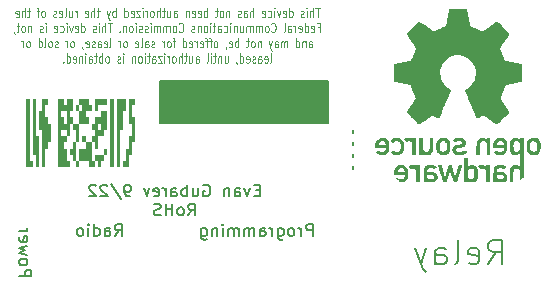
<source format=gbr>
%TF.GenerationSoftware,KiCad,Pcbnew,(6.0.7)*%
%TF.CreationDate,2022-09-05T20:23:25-07:00*%
%TF.ProjectId,EB4,4542342e-6b69-4636-9164-5f7063625858,rev?*%
%TF.SameCoordinates,Original*%
%TF.FileFunction,Legend,Bot*%
%TF.FilePolarity,Positive*%
%FSLAX46Y46*%
G04 Gerber Fmt 4.6, Leading zero omitted, Abs format (unit mm)*
G04 Created by KiCad (PCBNEW (6.0.7)) date 2022-09-05 20:23:25*
%MOMM*%
%LPD*%
G01*
G04 APERTURE LIST*
%ADD10C,0.150000*%
%ADD11C,0.125000*%
%ADD12R,1.700000X1.700000*%
%ADD13O,1.700000X1.700000*%
%ADD14C,0.700000*%
%ADD15C,4.400000*%
%ADD16C,3.000000*%
%ADD17C,2.500000*%
%ADD18C,1.400000*%
G04 APERTURE END LIST*
D10*
X101155500Y-77343000D02*
X101155500Y-77597000D01*
X101155500Y-75311000D02*
X101155500Y-75565000D01*
X101155500Y-78359000D02*
X101155500Y-78613000D01*
X101155500Y-76327000D02*
X101155500Y-76581000D01*
X84836000Y-71120000D02*
X99060000Y-71120000D01*
X99060000Y-71120000D02*
X99060000Y-74676000D01*
X99060000Y-74676000D02*
X84836000Y-74676000D01*
X84836000Y-74676000D02*
X84836000Y-71120000D01*
G36*
X84836000Y-71120000D02*
G01*
X99060000Y-71120000D01*
X99060000Y-74676000D01*
X84836000Y-74676000D01*
X84836000Y-71120000D01*
G37*
X97741785Y-84272380D02*
X97741785Y-83272380D01*
X97360833Y-83272380D01*
X97265595Y-83320000D01*
X97217976Y-83367619D01*
X97170357Y-83462857D01*
X97170357Y-83605714D01*
X97217976Y-83700952D01*
X97265595Y-83748571D01*
X97360833Y-83796190D01*
X97741785Y-83796190D01*
X96741785Y-84272380D02*
X96741785Y-83605714D01*
X96741785Y-83796190D02*
X96694166Y-83700952D01*
X96646547Y-83653333D01*
X96551309Y-83605714D01*
X96456071Y-83605714D01*
X95979880Y-84272380D02*
X96075119Y-84224761D01*
X96122738Y-84177142D01*
X96170357Y-84081904D01*
X96170357Y-83796190D01*
X96122738Y-83700952D01*
X96075119Y-83653333D01*
X95979880Y-83605714D01*
X95837023Y-83605714D01*
X95741785Y-83653333D01*
X95694166Y-83700952D01*
X95646547Y-83796190D01*
X95646547Y-84081904D01*
X95694166Y-84177142D01*
X95741785Y-84224761D01*
X95837023Y-84272380D01*
X95979880Y-84272380D01*
X94789404Y-83605714D02*
X94789404Y-84415238D01*
X94837023Y-84510476D01*
X94884642Y-84558095D01*
X94979880Y-84605714D01*
X95122738Y-84605714D01*
X95217976Y-84558095D01*
X94789404Y-84224761D02*
X94884642Y-84272380D01*
X95075119Y-84272380D01*
X95170357Y-84224761D01*
X95217976Y-84177142D01*
X95265595Y-84081904D01*
X95265595Y-83796190D01*
X95217976Y-83700952D01*
X95170357Y-83653333D01*
X95075119Y-83605714D01*
X94884642Y-83605714D01*
X94789404Y-83653333D01*
X94313214Y-84272380D02*
X94313214Y-83605714D01*
X94313214Y-83796190D02*
X94265595Y-83700952D01*
X94217976Y-83653333D01*
X94122738Y-83605714D01*
X94027500Y-83605714D01*
X93265595Y-84272380D02*
X93265595Y-83748571D01*
X93313214Y-83653333D01*
X93408452Y-83605714D01*
X93598928Y-83605714D01*
X93694166Y-83653333D01*
X93265595Y-84224761D02*
X93360833Y-84272380D01*
X93598928Y-84272380D01*
X93694166Y-84224761D01*
X93741785Y-84129523D01*
X93741785Y-84034285D01*
X93694166Y-83939047D01*
X93598928Y-83891428D01*
X93360833Y-83891428D01*
X93265595Y-83843809D01*
X92789404Y-84272380D02*
X92789404Y-83605714D01*
X92789404Y-83700952D02*
X92741785Y-83653333D01*
X92646547Y-83605714D01*
X92503690Y-83605714D01*
X92408452Y-83653333D01*
X92360833Y-83748571D01*
X92360833Y-84272380D01*
X92360833Y-83748571D02*
X92313214Y-83653333D01*
X92217976Y-83605714D01*
X92075119Y-83605714D01*
X91979880Y-83653333D01*
X91932261Y-83748571D01*
X91932261Y-84272380D01*
X91456071Y-84272380D02*
X91456071Y-83605714D01*
X91456071Y-83700952D02*
X91408452Y-83653333D01*
X91313214Y-83605714D01*
X91170357Y-83605714D01*
X91075119Y-83653333D01*
X91027500Y-83748571D01*
X91027500Y-84272380D01*
X91027500Y-83748571D02*
X90979880Y-83653333D01*
X90884642Y-83605714D01*
X90741785Y-83605714D01*
X90646547Y-83653333D01*
X90598928Y-83748571D01*
X90598928Y-84272380D01*
X90122738Y-84272380D02*
X90122738Y-83605714D01*
X90122738Y-83272380D02*
X90170357Y-83320000D01*
X90122738Y-83367619D01*
X90075119Y-83320000D01*
X90122738Y-83272380D01*
X90122738Y-83367619D01*
X89646547Y-83605714D02*
X89646547Y-84272380D01*
X89646547Y-83700952D02*
X89598928Y-83653333D01*
X89503690Y-83605714D01*
X89360833Y-83605714D01*
X89265595Y-83653333D01*
X89217976Y-83748571D01*
X89217976Y-84272380D01*
X88313214Y-83605714D02*
X88313214Y-84415238D01*
X88360833Y-84510476D01*
X88408452Y-84558095D01*
X88503690Y-84605714D01*
X88646547Y-84605714D01*
X88741785Y-84558095D01*
X88313214Y-84224761D02*
X88408452Y-84272380D01*
X88598928Y-84272380D01*
X88694166Y-84224761D01*
X88741785Y-84177142D01*
X88789404Y-84081904D01*
X88789404Y-83796190D01*
X88741785Y-83700952D01*
X88694166Y-83653333D01*
X88598928Y-83605714D01*
X88408452Y-83605714D01*
X88313214Y-83653333D01*
D11*
X98307500Y-64939904D02*
X97964642Y-64939904D01*
X98136071Y-65739904D02*
X98136071Y-64939904D01*
X97764642Y-65739904D02*
X97764642Y-64939904D01*
X97507500Y-65739904D02*
X97507500Y-65320857D01*
X97536071Y-65244666D01*
X97593214Y-65206571D01*
X97678928Y-65206571D01*
X97736071Y-65244666D01*
X97764642Y-65282761D01*
X97221785Y-65739904D02*
X97221785Y-65206571D01*
X97221785Y-64939904D02*
X97250357Y-64978000D01*
X97221785Y-65016095D01*
X97193214Y-64978000D01*
X97221785Y-64939904D01*
X97221785Y-65016095D01*
X96964642Y-65701809D02*
X96907500Y-65739904D01*
X96793214Y-65739904D01*
X96736071Y-65701809D01*
X96707500Y-65625619D01*
X96707500Y-65587523D01*
X96736071Y-65511333D01*
X96793214Y-65473238D01*
X96878928Y-65473238D01*
X96936071Y-65435142D01*
X96964642Y-65358952D01*
X96964642Y-65320857D01*
X96936071Y-65244666D01*
X96878928Y-65206571D01*
X96793214Y-65206571D01*
X96736071Y-65244666D01*
X95736071Y-65739904D02*
X95736071Y-64939904D01*
X95736071Y-65701809D02*
X95793214Y-65739904D01*
X95907500Y-65739904D01*
X95964642Y-65701809D01*
X95993214Y-65663714D01*
X96021785Y-65587523D01*
X96021785Y-65358952D01*
X95993214Y-65282761D01*
X95964642Y-65244666D01*
X95907500Y-65206571D01*
X95793214Y-65206571D01*
X95736071Y-65244666D01*
X95221785Y-65701809D02*
X95278928Y-65739904D01*
X95393214Y-65739904D01*
X95450357Y-65701809D01*
X95478928Y-65625619D01*
X95478928Y-65320857D01*
X95450357Y-65244666D01*
X95393214Y-65206571D01*
X95278928Y-65206571D01*
X95221785Y-65244666D01*
X95193214Y-65320857D01*
X95193214Y-65397047D01*
X95478928Y-65473238D01*
X94993214Y-65206571D02*
X94850357Y-65739904D01*
X94707500Y-65206571D01*
X94478928Y-65739904D02*
X94478928Y-65206571D01*
X94478928Y-64939904D02*
X94507500Y-64978000D01*
X94478928Y-65016095D01*
X94450357Y-64978000D01*
X94478928Y-64939904D01*
X94478928Y-65016095D01*
X93936071Y-65701809D02*
X93993214Y-65739904D01*
X94107500Y-65739904D01*
X94164642Y-65701809D01*
X94193214Y-65663714D01*
X94221785Y-65587523D01*
X94221785Y-65358952D01*
X94193214Y-65282761D01*
X94164642Y-65244666D01*
X94107500Y-65206571D01*
X93993214Y-65206571D01*
X93936071Y-65244666D01*
X93450357Y-65701809D02*
X93507500Y-65739904D01*
X93621785Y-65739904D01*
X93678928Y-65701809D01*
X93707500Y-65625619D01*
X93707500Y-65320857D01*
X93678928Y-65244666D01*
X93621785Y-65206571D01*
X93507500Y-65206571D01*
X93450357Y-65244666D01*
X93421785Y-65320857D01*
X93421785Y-65397047D01*
X93707500Y-65473238D01*
X92707500Y-65739904D02*
X92707500Y-64939904D01*
X92450357Y-65739904D02*
X92450357Y-65320857D01*
X92478928Y-65244666D01*
X92536071Y-65206571D01*
X92621785Y-65206571D01*
X92678928Y-65244666D01*
X92707500Y-65282761D01*
X91907500Y-65739904D02*
X91907500Y-65320857D01*
X91936071Y-65244666D01*
X91993214Y-65206571D01*
X92107500Y-65206571D01*
X92164642Y-65244666D01*
X91907500Y-65701809D02*
X91964642Y-65739904D01*
X92107500Y-65739904D01*
X92164642Y-65701809D01*
X92193214Y-65625619D01*
X92193214Y-65549428D01*
X92164642Y-65473238D01*
X92107500Y-65435142D01*
X91964642Y-65435142D01*
X91907500Y-65397047D01*
X91650357Y-65701809D02*
X91593214Y-65739904D01*
X91478928Y-65739904D01*
X91421785Y-65701809D01*
X91393214Y-65625619D01*
X91393214Y-65587523D01*
X91421785Y-65511333D01*
X91478928Y-65473238D01*
X91564642Y-65473238D01*
X91621785Y-65435142D01*
X91650357Y-65358952D01*
X91650357Y-65320857D01*
X91621785Y-65244666D01*
X91564642Y-65206571D01*
X91478928Y-65206571D01*
X91421785Y-65244666D01*
X90678928Y-65206571D02*
X90678928Y-65739904D01*
X90678928Y-65282761D02*
X90650357Y-65244666D01*
X90593214Y-65206571D01*
X90507500Y-65206571D01*
X90450357Y-65244666D01*
X90421785Y-65320857D01*
X90421785Y-65739904D01*
X90050357Y-65739904D02*
X90107500Y-65701809D01*
X90136071Y-65663714D01*
X90164642Y-65587523D01*
X90164642Y-65358952D01*
X90136071Y-65282761D01*
X90107500Y-65244666D01*
X90050357Y-65206571D01*
X89964642Y-65206571D01*
X89907500Y-65244666D01*
X89878928Y-65282761D01*
X89850357Y-65358952D01*
X89850357Y-65587523D01*
X89878928Y-65663714D01*
X89907500Y-65701809D01*
X89964642Y-65739904D01*
X90050357Y-65739904D01*
X89678928Y-65206571D02*
X89450357Y-65206571D01*
X89593214Y-64939904D02*
X89593214Y-65625619D01*
X89564642Y-65701809D01*
X89507500Y-65739904D01*
X89450357Y-65739904D01*
X88793214Y-65739904D02*
X88793214Y-64939904D01*
X88793214Y-65244666D02*
X88736071Y-65206571D01*
X88621785Y-65206571D01*
X88564642Y-65244666D01*
X88536071Y-65282761D01*
X88507500Y-65358952D01*
X88507500Y-65587523D01*
X88536071Y-65663714D01*
X88564642Y-65701809D01*
X88621785Y-65739904D01*
X88736071Y-65739904D01*
X88793214Y-65701809D01*
X88021785Y-65701809D02*
X88078928Y-65739904D01*
X88193214Y-65739904D01*
X88250357Y-65701809D01*
X88278928Y-65625619D01*
X88278928Y-65320857D01*
X88250357Y-65244666D01*
X88193214Y-65206571D01*
X88078928Y-65206571D01*
X88021785Y-65244666D01*
X87993214Y-65320857D01*
X87993214Y-65397047D01*
X88278928Y-65473238D01*
X87507500Y-65701809D02*
X87564642Y-65739904D01*
X87678928Y-65739904D01*
X87736071Y-65701809D01*
X87764642Y-65625619D01*
X87764642Y-65320857D01*
X87736071Y-65244666D01*
X87678928Y-65206571D01*
X87564642Y-65206571D01*
X87507500Y-65244666D01*
X87478928Y-65320857D01*
X87478928Y-65397047D01*
X87764642Y-65473238D01*
X87221785Y-65206571D02*
X87221785Y-65739904D01*
X87221785Y-65282761D02*
X87193214Y-65244666D01*
X87136071Y-65206571D01*
X87050357Y-65206571D01*
X86993214Y-65244666D01*
X86964642Y-65320857D01*
X86964642Y-65739904D01*
X85964642Y-65739904D02*
X85964642Y-65320857D01*
X85993214Y-65244666D01*
X86050357Y-65206571D01*
X86164642Y-65206571D01*
X86221785Y-65244666D01*
X85964642Y-65701809D02*
X86021785Y-65739904D01*
X86164642Y-65739904D01*
X86221785Y-65701809D01*
X86250357Y-65625619D01*
X86250357Y-65549428D01*
X86221785Y-65473238D01*
X86164642Y-65435142D01*
X86021785Y-65435142D01*
X85964642Y-65397047D01*
X85421785Y-65206571D02*
X85421785Y-65739904D01*
X85678928Y-65206571D02*
X85678928Y-65625619D01*
X85650357Y-65701809D01*
X85593214Y-65739904D01*
X85507500Y-65739904D01*
X85450357Y-65701809D01*
X85421785Y-65663714D01*
X85221785Y-65206571D02*
X84993214Y-65206571D01*
X85136071Y-64939904D02*
X85136071Y-65625619D01*
X85107500Y-65701809D01*
X85050357Y-65739904D01*
X84993214Y-65739904D01*
X84793214Y-65739904D02*
X84793214Y-64939904D01*
X84536071Y-65739904D02*
X84536071Y-65320857D01*
X84564642Y-65244666D01*
X84621785Y-65206571D01*
X84707500Y-65206571D01*
X84764642Y-65244666D01*
X84793214Y-65282761D01*
X84164642Y-65739904D02*
X84221785Y-65701809D01*
X84250357Y-65663714D01*
X84278928Y-65587523D01*
X84278928Y-65358952D01*
X84250357Y-65282761D01*
X84221785Y-65244666D01*
X84164642Y-65206571D01*
X84078928Y-65206571D01*
X84021785Y-65244666D01*
X83993214Y-65282761D01*
X83964642Y-65358952D01*
X83964642Y-65587523D01*
X83993214Y-65663714D01*
X84021785Y-65701809D01*
X84078928Y-65739904D01*
X84164642Y-65739904D01*
X83707500Y-65739904D02*
X83707500Y-65206571D01*
X83707500Y-65358952D02*
X83678928Y-65282761D01*
X83650357Y-65244666D01*
X83593214Y-65206571D01*
X83536071Y-65206571D01*
X83336071Y-65739904D02*
X83336071Y-65206571D01*
X83336071Y-64939904D02*
X83364642Y-64978000D01*
X83336071Y-65016095D01*
X83307500Y-64978000D01*
X83336071Y-64939904D01*
X83336071Y-65016095D01*
X83107500Y-65206571D02*
X82793214Y-65206571D01*
X83107500Y-65739904D01*
X82793214Y-65739904D01*
X82336071Y-65701809D02*
X82393214Y-65739904D01*
X82507500Y-65739904D01*
X82564642Y-65701809D01*
X82593214Y-65625619D01*
X82593214Y-65320857D01*
X82564642Y-65244666D01*
X82507500Y-65206571D01*
X82393214Y-65206571D01*
X82336071Y-65244666D01*
X82307500Y-65320857D01*
X82307500Y-65397047D01*
X82593214Y-65473238D01*
X81793214Y-65739904D02*
X81793214Y-64939904D01*
X81793214Y-65701809D02*
X81850357Y-65739904D01*
X81964642Y-65739904D01*
X82021785Y-65701809D01*
X82050357Y-65663714D01*
X82078928Y-65587523D01*
X82078928Y-65358952D01*
X82050357Y-65282761D01*
X82021785Y-65244666D01*
X81964642Y-65206571D01*
X81850357Y-65206571D01*
X81793214Y-65244666D01*
X81050357Y-65739904D02*
X81050357Y-64939904D01*
X81050357Y-65244666D02*
X80993214Y-65206571D01*
X80878928Y-65206571D01*
X80821785Y-65244666D01*
X80793214Y-65282761D01*
X80764642Y-65358952D01*
X80764642Y-65587523D01*
X80793214Y-65663714D01*
X80821785Y-65701809D01*
X80878928Y-65739904D01*
X80993214Y-65739904D01*
X81050357Y-65701809D01*
X80564642Y-65206571D02*
X80421785Y-65739904D01*
X80278928Y-65206571D02*
X80421785Y-65739904D01*
X80478928Y-65930380D01*
X80507500Y-65968476D01*
X80564642Y-66006571D01*
X79678928Y-65206571D02*
X79450357Y-65206571D01*
X79593214Y-64939904D02*
X79593214Y-65625619D01*
X79564642Y-65701809D01*
X79507500Y-65739904D01*
X79450357Y-65739904D01*
X79250357Y-65739904D02*
X79250357Y-64939904D01*
X78993214Y-65739904D02*
X78993214Y-65320857D01*
X79021785Y-65244666D01*
X79078928Y-65206571D01*
X79164642Y-65206571D01*
X79221785Y-65244666D01*
X79250357Y-65282761D01*
X78478928Y-65701809D02*
X78536071Y-65739904D01*
X78650357Y-65739904D01*
X78707500Y-65701809D01*
X78736071Y-65625619D01*
X78736071Y-65320857D01*
X78707500Y-65244666D01*
X78650357Y-65206571D01*
X78536071Y-65206571D01*
X78478928Y-65244666D01*
X78450357Y-65320857D01*
X78450357Y-65397047D01*
X78736071Y-65473238D01*
X77736071Y-65739904D02*
X77736071Y-65206571D01*
X77736071Y-65358952D02*
X77707500Y-65282761D01*
X77678928Y-65244666D01*
X77621785Y-65206571D01*
X77564642Y-65206571D01*
X77107500Y-65206571D02*
X77107500Y-65739904D01*
X77364642Y-65206571D02*
X77364642Y-65625619D01*
X77336071Y-65701809D01*
X77278928Y-65739904D01*
X77193214Y-65739904D01*
X77136071Y-65701809D01*
X77107500Y-65663714D01*
X76736071Y-65739904D02*
X76793214Y-65701809D01*
X76821785Y-65625619D01*
X76821785Y-64939904D01*
X76278928Y-65701809D02*
X76336071Y-65739904D01*
X76450357Y-65739904D01*
X76507500Y-65701809D01*
X76536071Y-65625619D01*
X76536071Y-65320857D01*
X76507500Y-65244666D01*
X76450357Y-65206571D01*
X76336071Y-65206571D01*
X76278928Y-65244666D01*
X76250357Y-65320857D01*
X76250357Y-65397047D01*
X76536071Y-65473238D01*
X76021785Y-65701809D02*
X75964642Y-65739904D01*
X75850357Y-65739904D01*
X75793214Y-65701809D01*
X75764642Y-65625619D01*
X75764642Y-65587523D01*
X75793214Y-65511333D01*
X75850357Y-65473238D01*
X75936071Y-65473238D01*
X75993214Y-65435142D01*
X76021785Y-65358952D01*
X76021785Y-65320857D01*
X75993214Y-65244666D01*
X75936071Y-65206571D01*
X75850357Y-65206571D01*
X75793214Y-65244666D01*
X74964642Y-65739904D02*
X75021785Y-65701809D01*
X75050357Y-65663714D01*
X75078928Y-65587523D01*
X75078928Y-65358952D01*
X75050357Y-65282761D01*
X75021785Y-65244666D01*
X74964642Y-65206571D01*
X74878928Y-65206571D01*
X74821785Y-65244666D01*
X74793214Y-65282761D01*
X74764642Y-65358952D01*
X74764642Y-65587523D01*
X74793214Y-65663714D01*
X74821785Y-65701809D01*
X74878928Y-65739904D01*
X74964642Y-65739904D01*
X74593214Y-65206571D02*
X74364642Y-65206571D01*
X74507500Y-65739904D02*
X74507500Y-65054190D01*
X74478928Y-64978000D01*
X74421785Y-64939904D01*
X74364642Y-64939904D01*
X73793214Y-65206571D02*
X73564642Y-65206571D01*
X73707500Y-64939904D02*
X73707500Y-65625619D01*
X73678928Y-65701809D01*
X73621785Y-65739904D01*
X73564642Y-65739904D01*
X73364642Y-65739904D02*
X73364642Y-64939904D01*
X73107500Y-65739904D02*
X73107500Y-65320857D01*
X73136071Y-65244666D01*
X73193214Y-65206571D01*
X73278928Y-65206571D01*
X73336071Y-65244666D01*
X73364642Y-65282761D01*
X72593214Y-65701809D02*
X72650357Y-65739904D01*
X72764642Y-65739904D01*
X72821785Y-65701809D01*
X72850357Y-65625619D01*
X72850357Y-65320857D01*
X72821785Y-65244666D01*
X72764642Y-65206571D01*
X72650357Y-65206571D01*
X72593214Y-65244666D01*
X72564642Y-65320857D01*
X72564642Y-65397047D01*
X72850357Y-65473238D01*
X98150357Y-66608857D02*
X98350357Y-66608857D01*
X98350357Y-67027904D02*
X98350357Y-66227904D01*
X98064642Y-66227904D01*
X97607499Y-66989809D02*
X97664642Y-67027904D01*
X97778928Y-67027904D01*
X97836071Y-66989809D01*
X97864642Y-66913619D01*
X97864642Y-66608857D01*
X97836071Y-66532666D01*
X97778928Y-66494571D01*
X97664642Y-66494571D01*
X97607499Y-66532666D01*
X97578928Y-66608857D01*
X97578928Y-66685047D01*
X97864642Y-66761238D01*
X97064642Y-67027904D02*
X97064642Y-66227904D01*
X97064642Y-66989809D02*
X97121785Y-67027904D01*
X97236071Y-67027904D01*
X97293214Y-66989809D01*
X97321785Y-66951714D01*
X97350357Y-66875523D01*
X97350357Y-66646952D01*
X97321785Y-66570761D01*
X97293214Y-66532666D01*
X97236071Y-66494571D01*
X97121785Y-66494571D01*
X97064642Y-66532666D01*
X96550357Y-66989809D02*
X96607500Y-67027904D01*
X96721785Y-67027904D01*
X96778928Y-66989809D01*
X96807500Y-66913619D01*
X96807500Y-66608857D01*
X96778928Y-66532666D01*
X96721785Y-66494571D01*
X96607500Y-66494571D01*
X96550357Y-66532666D01*
X96521785Y-66608857D01*
X96521785Y-66685047D01*
X96807500Y-66761238D01*
X96264642Y-67027904D02*
X96264642Y-66494571D01*
X96264642Y-66646952D02*
X96236071Y-66570761D01*
X96207500Y-66532666D01*
X96150357Y-66494571D01*
X96093214Y-66494571D01*
X95636071Y-67027904D02*
X95636071Y-66608857D01*
X95664642Y-66532666D01*
X95721785Y-66494571D01*
X95836071Y-66494571D01*
X95893214Y-66532666D01*
X95636071Y-66989809D02*
X95693214Y-67027904D01*
X95836071Y-67027904D01*
X95893214Y-66989809D01*
X95921785Y-66913619D01*
X95921785Y-66837428D01*
X95893214Y-66761238D01*
X95836071Y-66723142D01*
X95693214Y-66723142D01*
X95636071Y-66685047D01*
X95264642Y-67027904D02*
X95321785Y-66989809D01*
X95350357Y-66913619D01*
X95350357Y-66227904D01*
X94236071Y-66951714D02*
X94264642Y-66989809D01*
X94350357Y-67027904D01*
X94407500Y-67027904D01*
X94493214Y-66989809D01*
X94550357Y-66913619D01*
X94578928Y-66837428D01*
X94607500Y-66685047D01*
X94607500Y-66570761D01*
X94578928Y-66418380D01*
X94550357Y-66342190D01*
X94493214Y-66266000D01*
X94407500Y-66227904D01*
X94350357Y-66227904D01*
X94264642Y-66266000D01*
X94236071Y-66304095D01*
X93893214Y-67027904D02*
X93950357Y-66989809D01*
X93978928Y-66951714D01*
X94007500Y-66875523D01*
X94007500Y-66646952D01*
X93978928Y-66570761D01*
X93950357Y-66532666D01*
X93893214Y-66494571D01*
X93807500Y-66494571D01*
X93750357Y-66532666D01*
X93721785Y-66570761D01*
X93693214Y-66646952D01*
X93693214Y-66875523D01*
X93721785Y-66951714D01*
X93750357Y-66989809D01*
X93807500Y-67027904D01*
X93893214Y-67027904D01*
X93436071Y-67027904D02*
X93436071Y-66494571D01*
X93436071Y-66570761D02*
X93407500Y-66532666D01*
X93350357Y-66494571D01*
X93264642Y-66494571D01*
X93207500Y-66532666D01*
X93178928Y-66608857D01*
X93178928Y-67027904D01*
X93178928Y-66608857D02*
X93150357Y-66532666D01*
X93093214Y-66494571D01*
X93007500Y-66494571D01*
X92950357Y-66532666D01*
X92921785Y-66608857D01*
X92921785Y-67027904D01*
X92636071Y-67027904D02*
X92636071Y-66494571D01*
X92636071Y-66570761D02*
X92607500Y-66532666D01*
X92550357Y-66494571D01*
X92464642Y-66494571D01*
X92407500Y-66532666D01*
X92378928Y-66608857D01*
X92378928Y-67027904D01*
X92378928Y-66608857D02*
X92350357Y-66532666D01*
X92293214Y-66494571D01*
X92207500Y-66494571D01*
X92150357Y-66532666D01*
X92121785Y-66608857D01*
X92121785Y-67027904D01*
X91578928Y-66494571D02*
X91578928Y-67027904D01*
X91836071Y-66494571D02*
X91836071Y-66913619D01*
X91807500Y-66989809D01*
X91750357Y-67027904D01*
X91664642Y-67027904D01*
X91607500Y-66989809D01*
X91578928Y-66951714D01*
X91293214Y-66494571D02*
X91293214Y-67027904D01*
X91293214Y-66570761D02*
X91264642Y-66532666D01*
X91207500Y-66494571D01*
X91121785Y-66494571D01*
X91064642Y-66532666D01*
X91036071Y-66608857D01*
X91036071Y-67027904D01*
X90750357Y-67027904D02*
X90750357Y-66494571D01*
X90750357Y-66227904D02*
X90778928Y-66266000D01*
X90750357Y-66304095D01*
X90721785Y-66266000D01*
X90750357Y-66227904D01*
X90750357Y-66304095D01*
X90207500Y-66989809D02*
X90264642Y-67027904D01*
X90378928Y-67027904D01*
X90436071Y-66989809D01*
X90464642Y-66951714D01*
X90493214Y-66875523D01*
X90493214Y-66646952D01*
X90464642Y-66570761D01*
X90436071Y-66532666D01*
X90378928Y-66494571D01*
X90264642Y-66494571D01*
X90207500Y-66532666D01*
X89693214Y-67027904D02*
X89693214Y-66608857D01*
X89721785Y-66532666D01*
X89778928Y-66494571D01*
X89893214Y-66494571D01*
X89950357Y-66532666D01*
X89693214Y-66989809D02*
X89750357Y-67027904D01*
X89893214Y-67027904D01*
X89950357Y-66989809D01*
X89978928Y-66913619D01*
X89978928Y-66837428D01*
X89950357Y-66761238D01*
X89893214Y-66723142D01*
X89750357Y-66723142D01*
X89693214Y-66685047D01*
X89493214Y-66494571D02*
X89264642Y-66494571D01*
X89407500Y-66227904D02*
X89407500Y-66913619D01*
X89378928Y-66989809D01*
X89321785Y-67027904D01*
X89264642Y-67027904D01*
X89064642Y-67027904D02*
X89064642Y-66494571D01*
X89064642Y-66227904D02*
X89093214Y-66266000D01*
X89064642Y-66304095D01*
X89036071Y-66266000D01*
X89064642Y-66227904D01*
X89064642Y-66304095D01*
X88693214Y-67027904D02*
X88750357Y-66989809D01*
X88778928Y-66951714D01*
X88807500Y-66875523D01*
X88807500Y-66646952D01*
X88778928Y-66570761D01*
X88750357Y-66532666D01*
X88693214Y-66494571D01*
X88607500Y-66494571D01*
X88550357Y-66532666D01*
X88521785Y-66570761D01*
X88493214Y-66646952D01*
X88493214Y-66875523D01*
X88521785Y-66951714D01*
X88550357Y-66989809D01*
X88607500Y-67027904D01*
X88693214Y-67027904D01*
X88236071Y-66494571D02*
X88236071Y-67027904D01*
X88236071Y-66570761D02*
X88207500Y-66532666D01*
X88150357Y-66494571D01*
X88064642Y-66494571D01*
X88007500Y-66532666D01*
X87978928Y-66608857D01*
X87978928Y-67027904D01*
X87721785Y-66989809D02*
X87664642Y-67027904D01*
X87550357Y-67027904D01*
X87493214Y-66989809D01*
X87464642Y-66913619D01*
X87464642Y-66875523D01*
X87493214Y-66799333D01*
X87550357Y-66761238D01*
X87636071Y-66761238D01*
X87693214Y-66723142D01*
X87721785Y-66646952D01*
X87721785Y-66608857D01*
X87693214Y-66532666D01*
X87636071Y-66494571D01*
X87550357Y-66494571D01*
X87493214Y-66532666D01*
X86407500Y-66951714D02*
X86436071Y-66989809D01*
X86521785Y-67027904D01*
X86578928Y-67027904D01*
X86664642Y-66989809D01*
X86721785Y-66913619D01*
X86750357Y-66837428D01*
X86778928Y-66685047D01*
X86778928Y-66570761D01*
X86750357Y-66418380D01*
X86721785Y-66342190D01*
X86664642Y-66266000D01*
X86578928Y-66227904D01*
X86521785Y-66227904D01*
X86436071Y-66266000D01*
X86407500Y-66304095D01*
X86064642Y-67027904D02*
X86121785Y-66989809D01*
X86150357Y-66951714D01*
X86178928Y-66875523D01*
X86178928Y-66646952D01*
X86150357Y-66570761D01*
X86121785Y-66532666D01*
X86064642Y-66494571D01*
X85978928Y-66494571D01*
X85921785Y-66532666D01*
X85893214Y-66570761D01*
X85864642Y-66646952D01*
X85864642Y-66875523D01*
X85893214Y-66951714D01*
X85921785Y-66989809D01*
X85978928Y-67027904D01*
X86064642Y-67027904D01*
X85607500Y-67027904D02*
X85607500Y-66494571D01*
X85607500Y-66570761D02*
X85578928Y-66532666D01*
X85521785Y-66494571D01*
X85436071Y-66494571D01*
X85378928Y-66532666D01*
X85350357Y-66608857D01*
X85350357Y-67027904D01*
X85350357Y-66608857D02*
X85321785Y-66532666D01*
X85264642Y-66494571D01*
X85178928Y-66494571D01*
X85121785Y-66532666D01*
X85093214Y-66608857D01*
X85093214Y-67027904D01*
X84807500Y-67027904D02*
X84807500Y-66494571D01*
X84807500Y-66570761D02*
X84778928Y-66532666D01*
X84721785Y-66494571D01*
X84636071Y-66494571D01*
X84578928Y-66532666D01*
X84550357Y-66608857D01*
X84550357Y-67027904D01*
X84550357Y-66608857D02*
X84521785Y-66532666D01*
X84464642Y-66494571D01*
X84378928Y-66494571D01*
X84321785Y-66532666D01*
X84293214Y-66608857D01*
X84293214Y-67027904D01*
X84007500Y-67027904D02*
X84007500Y-66494571D01*
X84007500Y-66227904D02*
X84036071Y-66266000D01*
X84007500Y-66304095D01*
X83978928Y-66266000D01*
X84007500Y-66227904D01*
X84007500Y-66304095D01*
X83750357Y-66989809D02*
X83693214Y-67027904D01*
X83578928Y-67027904D01*
X83521785Y-66989809D01*
X83493214Y-66913619D01*
X83493214Y-66875523D01*
X83521785Y-66799333D01*
X83578928Y-66761238D01*
X83664642Y-66761238D01*
X83721785Y-66723142D01*
X83750357Y-66646952D01*
X83750357Y-66608857D01*
X83721785Y-66532666D01*
X83664642Y-66494571D01*
X83578928Y-66494571D01*
X83521785Y-66532666D01*
X83264642Y-66989809D02*
X83207500Y-67027904D01*
X83093214Y-67027904D01*
X83036071Y-66989809D01*
X83007500Y-66913619D01*
X83007500Y-66875523D01*
X83036071Y-66799333D01*
X83093214Y-66761238D01*
X83178928Y-66761238D01*
X83236071Y-66723142D01*
X83264642Y-66646952D01*
X83264642Y-66608857D01*
X83236071Y-66532666D01*
X83178928Y-66494571D01*
X83093214Y-66494571D01*
X83036071Y-66532666D01*
X82750357Y-67027904D02*
X82750357Y-66494571D01*
X82750357Y-66227904D02*
X82778928Y-66266000D01*
X82750357Y-66304095D01*
X82721785Y-66266000D01*
X82750357Y-66227904D01*
X82750357Y-66304095D01*
X82378928Y-67027904D02*
X82436071Y-66989809D01*
X82464642Y-66951714D01*
X82493214Y-66875523D01*
X82493214Y-66646952D01*
X82464642Y-66570761D01*
X82436071Y-66532666D01*
X82378928Y-66494571D01*
X82293214Y-66494571D01*
X82236071Y-66532666D01*
X82207500Y-66570761D01*
X82178928Y-66646952D01*
X82178928Y-66875523D01*
X82207500Y-66951714D01*
X82236071Y-66989809D01*
X82293214Y-67027904D01*
X82378928Y-67027904D01*
X81921785Y-66494571D02*
X81921785Y-67027904D01*
X81921785Y-66570761D02*
X81893214Y-66532666D01*
X81836071Y-66494571D01*
X81750357Y-66494571D01*
X81693214Y-66532666D01*
X81664642Y-66608857D01*
X81664642Y-67027904D01*
X81378928Y-66951714D02*
X81350357Y-66989809D01*
X81378928Y-67027904D01*
X81407500Y-66989809D01*
X81378928Y-66951714D01*
X81378928Y-67027904D01*
X80721785Y-66227904D02*
X80378928Y-66227904D01*
X80550357Y-67027904D02*
X80550357Y-66227904D01*
X80178928Y-67027904D02*
X80178928Y-66227904D01*
X79921785Y-67027904D02*
X79921785Y-66608857D01*
X79950357Y-66532666D01*
X80007500Y-66494571D01*
X80093214Y-66494571D01*
X80150357Y-66532666D01*
X80178928Y-66570761D01*
X79636071Y-67027904D02*
X79636071Y-66494571D01*
X79636071Y-66227904D02*
X79664642Y-66266000D01*
X79636071Y-66304095D01*
X79607500Y-66266000D01*
X79636071Y-66227904D01*
X79636071Y-66304095D01*
X79378928Y-66989809D02*
X79321785Y-67027904D01*
X79207500Y-67027904D01*
X79150357Y-66989809D01*
X79121785Y-66913619D01*
X79121785Y-66875523D01*
X79150357Y-66799333D01*
X79207500Y-66761238D01*
X79293214Y-66761238D01*
X79350357Y-66723142D01*
X79378928Y-66646952D01*
X79378928Y-66608857D01*
X79350357Y-66532666D01*
X79293214Y-66494571D01*
X79207500Y-66494571D01*
X79150357Y-66532666D01*
X78150357Y-67027904D02*
X78150357Y-66227904D01*
X78150357Y-66989809D02*
X78207500Y-67027904D01*
X78321785Y-67027904D01*
X78378928Y-66989809D01*
X78407500Y-66951714D01*
X78436071Y-66875523D01*
X78436071Y-66646952D01*
X78407500Y-66570761D01*
X78378928Y-66532666D01*
X78321785Y-66494571D01*
X78207500Y-66494571D01*
X78150357Y-66532666D01*
X77636071Y-66989809D02*
X77693214Y-67027904D01*
X77807500Y-67027904D01*
X77864642Y-66989809D01*
X77893214Y-66913619D01*
X77893214Y-66608857D01*
X77864642Y-66532666D01*
X77807500Y-66494571D01*
X77693214Y-66494571D01*
X77636071Y-66532666D01*
X77607500Y-66608857D01*
X77607500Y-66685047D01*
X77893214Y-66761238D01*
X77407500Y-66494571D02*
X77264642Y-67027904D01*
X77121785Y-66494571D01*
X76893214Y-67027904D02*
X76893214Y-66494571D01*
X76893214Y-66227904D02*
X76921785Y-66266000D01*
X76893214Y-66304095D01*
X76864642Y-66266000D01*
X76893214Y-66227904D01*
X76893214Y-66304095D01*
X76350357Y-66989809D02*
X76407500Y-67027904D01*
X76521785Y-67027904D01*
X76578928Y-66989809D01*
X76607500Y-66951714D01*
X76636071Y-66875523D01*
X76636071Y-66646952D01*
X76607500Y-66570761D01*
X76578928Y-66532666D01*
X76521785Y-66494571D01*
X76407500Y-66494571D01*
X76350357Y-66532666D01*
X75864642Y-66989809D02*
X75921785Y-67027904D01*
X76036071Y-67027904D01*
X76093214Y-66989809D01*
X76121785Y-66913619D01*
X76121785Y-66608857D01*
X76093214Y-66532666D01*
X76036071Y-66494571D01*
X75921785Y-66494571D01*
X75864642Y-66532666D01*
X75836071Y-66608857D01*
X75836071Y-66685047D01*
X76121785Y-66761238D01*
X75121785Y-67027904D02*
X75121785Y-66494571D01*
X75121785Y-66227904D02*
X75150357Y-66266000D01*
X75121785Y-66304095D01*
X75093214Y-66266000D01*
X75121785Y-66227904D01*
X75121785Y-66304095D01*
X74864642Y-66989809D02*
X74807500Y-67027904D01*
X74693214Y-67027904D01*
X74636071Y-66989809D01*
X74607500Y-66913619D01*
X74607500Y-66875523D01*
X74636071Y-66799333D01*
X74693214Y-66761238D01*
X74778928Y-66761238D01*
X74836071Y-66723142D01*
X74864642Y-66646952D01*
X74864642Y-66608857D01*
X74836071Y-66532666D01*
X74778928Y-66494571D01*
X74693214Y-66494571D01*
X74636071Y-66532666D01*
X73893214Y-66494571D02*
X73893214Y-67027904D01*
X73893214Y-66570761D02*
X73864642Y-66532666D01*
X73807500Y-66494571D01*
X73721785Y-66494571D01*
X73664642Y-66532666D01*
X73636071Y-66608857D01*
X73636071Y-67027904D01*
X73264642Y-67027904D02*
X73321785Y-66989809D01*
X73350357Y-66951714D01*
X73378928Y-66875523D01*
X73378928Y-66646952D01*
X73350357Y-66570761D01*
X73321785Y-66532666D01*
X73264642Y-66494571D01*
X73178928Y-66494571D01*
X73121785Y-66532666D01*
X73093214Y-66570761D01*
X73064642Y-66646952D01*
X73064642Y-66875523D01*
X73093214Y-66951714D01*
X73121785Y-66989809D01*
X73178928Y-67027904D01*
X73264642Y-67027904D01*
X72893214Y-66494571D02*
X72664642Y-66494571D01*
X72807500Y-66227904D02*
X72807500Y-66913619D01*
X72778928Y-66989809D01*
X72721785Y-67027904D01*
X72664642Y-67027904D01*
X72436071Y-66989809D02*
X72436071Y-67027904D01*
X72464642Y-67104095D01*
X72493214Y-67142190D01*
X97407500Y-68315904D02*
X97407500Y-67896857D01*
X97436071Y-67820666D01*
X97493214Y-67782571D01*
X97607500Y-67782571D01*
X97664642Y-67820666D01*
X97407500Y-68277809D02*
X97464642Y-68315904D01*
X97607500Y-68315904D01*
X97664642Y-68277809D01*
X97693214Y-68201619D01*
X97693214Y-68125428D01*
X97664642Y-68049238D01*
X97607500Y-68011142D01*
X97464642Y-68011142D01*
X97407500Y-67973047D01*
X97121785Y-67782571D02*
X97121785Y-68315904D01*
X97121785Y-67858761D02*
X97093214Y-67820666D01*
X97036071Y-67782571D01*
X96950357Y-67782571D01*
X96893214Y-67820666D01*
X96864642Y-67896857D01*
X96864642Y-68315904D01*
X96321785Y-68315904D02*
X96321785Y-67515904D01*
X96321785Y-68277809D02*
X96378928Y-68315904D01*
X96493214Y-68315904D01*
X96550357Y-68277809D01*
X96578928Y-68239714D01*
X96607500Y-68163523D01*
X96607500Y-67934952D01*
X96578928Y-67858761D01*
X96550357Y-67820666D01*
X96493214Y-67782571D01*
X96378928Y-67782571D01*
X96321785Y-67820666D01*
X95578928Y-68315904D02*
X95578928Y-67782571D01*
X95578928Y-67858761D02*
X95550357Y-67820666D01*
X95493214Y-67782571D01*
X95407500Y-67782571D01*
X95350357Y-67820666D01*
X95321785Y-67896857D01*
X95321785Y-68315904D01*
X95321785Y-67896857D02*
X95293214Y-67820666D01*
X95236071Y-67782571D01*
X95150357Y-67782571D01*
X95093214Y-67820666D01*
X95064642Y-67896857D01*
X95064642Y-68315904D01*
X94521785Y-68315904D02*
X94521785Y-67896857D01*
X94550357Y-67820666D01*
X94607500Y-67782571D01*
X94721785Y-67782571D01*
X94778928Y-67820666D01*
X94521785Y-68277809D02*
X94578928Y-68315904D01*
X94721785Y-68315904D01*
X94778928Y-68277809D01*
X94807500Y-68201619D01*
X94807500Y-68125428D01*
X94778928Y-68049238D01*
X94721785Y-68011142D01*
X94578928Y-68011142D01*
X94521785Y-67973047D01*
X94293214Y-67782571D02*
X94150357Y-68315904D01*
X94007500Y-67782571D02*
X94150357Y-68315904D01*
X94207500Y-68506380D01*
X94236071Y-68544476D01*
X94293214Y-68582571D01*
X93321785Y-67782571D02*
X93321785Y-68315904D01*
X93321785Y-67858761D02*
X93293214Y-67820666D01*
X93236071Y-67782571D01*
X93150357Y-67782571D01*
X93093214Y-67820666D01*
X93064642Y-67896857D01*
X93064642Y-68315904D01*
X92693214Y-68315904D02*
X92750357Y-68277809D01*
X92778928Y-68239714D01*
X92807500Y-68163523D01*
X92807500Y-67934952D01*
X92778928Y-67858761D01*
X92750357Y-67820666D01*
X92693214Y-67782571D01*
X92607500Y-67782571D01*
X92550357Y-67820666D01*
X92521785Y-67858761D01*
X92493214Y-67934952D01*
X92493214Y-68163523D01*
X92521785Y-68239714D01*
X92550357Y-68277809D01*
X92607500Y-68315904D01*
X92693214Y-68315904D01*
X92321785Y-67782571D02*
X92093214Y-67782571D01*
X92236071Y-67515904D02*
X92236071Y-68201619D01*
X92207500Y-68277809D01*
X92150357Y-68315904D01*
X92093214Y-68315904D01*
X91436071Y-68315904D02*
X91436071Y-67515904D01*
X91436071Y-67820666D02*
X91378928Y-67782571D01*
X91264642Y-67782571D01*
X91207500Y-67820666D01*
X91178928Y-67858761D01*
X91150357Y-67934952D01*
X91150357Y-68163523D01*
X91178928Y-68239714D01*
X91207500Y-68277809D01*
X91264642Y-68315904D01*
X91378928Y-68315904D01*
X91436071Y-68277809D01*
X90664642Y-68277809D02*
X90721785Y-68315904D01*
X90836071Y-68315904D01*
X90893214Y-68277809D01*
X90921785Y-68201619D01*
X90921785Y-67896857D01*
X90893214Y-67820666D01*
X90836071Y-67782571D01*
X90721785Y-67782571D01*
X90664642Y-67820666D01*
X90636071Y-67896857D01*
X90636071Y-67973047D01*
X90921785Y-68049238D01*
X90350357Y-68277809D02*
X90350357Y-68315904D01*
X90378928Y-68392095D01*
X90407500Y-68430190D01*
X89550357Y-68315904D02*
X89607500Y-68277809D01*
X89636071Y-68239714D01*
X89664642Y-68163523D01*
X89664642Y-67934952D01*
X89636071Y-67858761D01*
X89607500Y-67820666D01*
X89550357Y-67782571D01*
X89464642Y-67782571D01*
X89407500Y-67820666D01*
X89378928Y-67858761D01*
X89350357Y-67934952D01*
X89350357Y-68163523D01*
X89378928Y-68239714D01*
X89407500Y-68277809D01*
X89464642Y-68315904D01*
X89550357Y-68315904D01*
X89178928Y-67782571D02*
X88950357Y-67782571D01*
X89093214Y-68315904D02*
X89093214Y-67630190D01*
X89064642Y-67554000D01*
X89007500Y-67515904D01*
X88950357Y-67515904D01*
X88836071Y-67782571D02*
X88607500Y-67782571D01*
X88750357Y-68315904D02*
X88750357Y-67630190D01*
X88721785Y-67554000D01*
X88664642Y-67515904D01*
X88607500Y-67515904D01*
X88178928Y-68277809D02*
X88236071Y-68315904D01*
X88350357Y-68315904D01*
X88407500Y-68277809D01*
X88436071Y-68201619D01*
X88436071Y-67896857D01*
X88407500Y-67820666D01*
X88350357Y-67782571D01*
X88236071Y-67782571D01*
X88178928Y-67820666D01*
X88150357Y-67896857D01*
X88150357Y-67973047D01*
X88436071Y-68049238D01*
X87893214Y-68315904D02*
X87893214Y-67782571D01*
X87893214Y-67934952D02*
X87864642Y-67858761D01*
X87836071Y-67820666D01*
X87778928Y-67782571D01*
X87721785Y-67782571D01*
X87293214Y-68277809D02*
X87350357Y-68315904D01*
X87464642Y-68315904D01*
X87521785Y-68277809D01*
X87550357Y-68201619D01*
X87550357Y-67896857D01*
X87521785Y-67820666D01*
X87464642Y-67782571D01*
X87350357Y-67782571D01*
X87293214Y-67820666D01*
X87264642Y-67896857D01*
X87264642Y-67973047D01*
X87550357Y-68049238D01*
X86750357Y-68315904D02*
X86750357Y-67515904D01*
X86750357Y-68277809D02*
X86807500Y-68315904D01*
X86921785Y-68315904D01*
X86978928Y-68277809D01*
X87007500Y-68239714D01*
X87036071Y-68163523D01*
X87036071Y-67934952D01*
X87007500Y-67858761D01*
X86978928Y-67820666D01*
X86921785Y-67782571D01*
X86807500Y-67782571D01*
X86750357Y-67820666D01*
X86093214Y-67782571D02*
X85864642Y-67782571D01*
X86007500Y-68315904D02*
X86007500Y-67630190D01*
X85978928Y-67554000D01*
X85921785Y-67515904D01*
X85864642Y-67515904D01*
X85578928Y-68315904D02*
X85636071Y-68277809D01*
X85664642Y-68239714D01*
X85693214Y-68163523D01*
X85693214Y-67934952D01*
X85664642Y-67858761D01*
X85636071Y-67820666D01*
X85578928Y-67782571D01*
X85493214Y-67782571D01*
X85436071Y-67820666D01*
X85407500Y-67858761D01*
X85378928Y-67934952D01*
X85378928Y-68163523D01*
X85407500Y-68239714D01*
X85436071Y-68277809D01*
X85493214Y-68315904D01*
X85578928Y-68315904D01*
X85121785Y-68315904D02*
X85121785Y-67782571D01*
X85121785Y-67934952D02*
X85093214Y-67858761D01*
X85064642Y-67820666D01*
X85007500Y-67782571D01*
X84950357Y-67782571D01*
X84321785Y-68277809D02*
X84264642Y-68315904D01*
X84150357Y-68315904D01*
X84093214Y-68277809D01*
X84064642Y-68201619D01*
X84064642Y-68163523D01*
X84093214Y-68087333D01*
X84150357Y-68049238D01*
X84236071Y-68049238D01*
X84293214Y-68011142D01*
X84321785Y-67934952D01*
X84321785Y-67896857D01*
X84293214Y-67820666D01*
X84236071Y-67782571D01*
X84150357Y-67782571D01*
X84093214Y-67820666D01*
X83550357Y-68315904D02*
X83550357Y-67896857D01*
X83578928Y-67820666D01*
X83636071Y-67782571D01*
X83750357Y-67782571D01*
X83807500Y-67820666D01*
X83550357Y-68277809D02*
X83607500Y-68315904D01*
X83750357Y-68315904D01*
X83807500Y-68277809D01*
X83836071Y-68201619D01*
X83836071Y-68125428D01*
X83807500Y-68049238D01*
X83750357Y-68011142D01*
X83607500Y-68011142D01*
X83550357Y-67973047D01*
X83178928Y-68315904D02*
X83236071Y-68277809D01*
X83264642Y-68201619D01*
X83264642Y-67515904D01*
X82721785Y-68277809D02*
X82778928Y-68315904D01*
X82893214Y-68315904D01*
X82950357Y-68277809D01*
X82978928Y-68201619D01*
X82978928Y-67896857D01*
X82950357Y-67820666D01*
X82893214Y-67782571D01*
X82778928Y-67782571D01*
X82721785Y-67820666D01*
X82693214Y-67896857D01*
X82693214Y-67973047D01*
X82978928Y-68049238D01*
X81893214Y-68315904D02*
X81950357Y-68277809D01*
X81978928Y-68239714D01*
X82007500Y-68163523D01*
X82007500Y-67934952D01*
X81978928Y-67858761D01*
X81950357Y-67820666D01*
X81893214Y-67782571D01*
X81807500Y-67782571D01*
X81750357Y-67820666D01*
X81721785Y-67858761D01*
X81693214Y-67934952D01*
X81693214Y-68163523D01*
X81721785Y-68239714D01*
X81750357Y-68277809D01*
X81807500Y-68315904D01*
X81893214Y-68315904D01*
X81436071Y-68315904D02*
X81436071Y-67782571D01*
X81436071Y-67934952D02*
X81407500Y-67858761D01*
X81378928Y-67820666D01*
X81321785Y-67782571D01*
X81264642Y-67782571D01*
X80521785Y-68315904D02*
X80578928Y-68277809D01*
X80607500Y-68201619D01*
X80607500Y-67515904D01*
X80064642Y-68277809D02*
X80121785Y-68315904D01*
X80236071Y-68315904D01*
X80293214Y-68277809D01*
X80321785Y-68201619D01*
X80321785Y-67896857D01*
X80293214Y-67820666D01*
X80236071Y-67782571D01*
X80121785Y-67782571D01*
X80064642Y-67820666D01*
X80036071Y-67896857D01*
X80036071Y-67973047D01*
X80321785Y-68049238D01*
X79521785Y-68315904D02*
X79521785Y-67896857D01*
X79550357Y-67820666D01*
X79607500Y-67782571D01*
X79721785Y-67782571D01*
X79778928Y-67820666D01*
X79521785Y-68277809D02*
X79578928Y-68315904D01*
X79721785Y-68315904D01*
X79778928Y-68277809D01*
X79807500Y-68201619D01*
X79807500Y-68125428D01*
X79778928Y-68049238D01*
X79721785Y-68011142D01*
X79578928Y-68011142D01*
X79521785Y-67973047D01*
X79264642Y-68277809D02*
X79207500Y-68315904D01*
X79093214Y-68315904D01*
X79036071Y-68277809D01*
X79007500Y-68201619D01*
X79007500Y-68163523D01*
X79036071Y-68087333D01*
X79093214Y-68049238D01*
X79178928Y-68049238D01*
X79236071Y-68011142D01*
X79264642Y-67934952D01*
X79264642Y-67896857D01*
X79236071Y-67820666D01*
X79178928Y-67782571D01*
X79093214Y-67782571D01*
X79036071Y-67820666D01*
X78521785Y-68277809D02*
X78578928Y-68315904D01*
X78693214Y-68315904D01*
X78750357Y-68277809D01*
X78778928Y-68201619D01*
X78778928Y-67896857D01*
X78750357Y-67820666D01*
X78693214Y-67782571D01*
X78578928Y-67782571D01*
X78521785Y-67820666D01*
X78493214Y-67896857D01*
X78493214Y-67973047D01*
X78778928Y-68049238D01*
X78207500Y-68277809D02*
X78207500Y-68315904D01*
X78236071Y-68392095D01*
X78264642Y-68430190D01*
X77407500Y-68315904D02*
X77464642Y-68277809D01*
X77493214Y-68239714D01*
X77521785Y-68163523D01*
X77521785Y-67934952D01*
X77493214Y-67858761D01*
X77464642Y-67820666D01*
X77407500Y-67782571D01*
X77321785Y-67782571D01*
X77264642Y-67820666D01*
X77236071Y-67858761D01*
X77207500Y-67934952D01*
X77207500Y-68163523D01*
X77236071Y-68239714D01*
X77264642Y-68277809D01*
X77321785Y-68315904D01*
X77407500Y-68315904D01*
X76950357Y-68315904D02*
X76950357Y-67782571D01*
X76950357Y-67934952D02*
X76921785Y-67858761D01*
X76893214Y-67820666D01*
X76836071Y-67782571D01*
X76778928Y-67782571D01*
X76150357Y-68277809D02*
X76093214Y-68315904D01*
X75978928Y-68315904D01*
X75921785Y-68277809D01*
X75893214Y-68201619D01*
X75893214Y-68163523D01*
X75921785Y-68087333D01*
X75978928Y-68049238D01*
X76064642Y-68049238D01*
X76121785Y-68011142D01*
X76150357Y-67934952D01*
X76150357Y-67896857D01*
X76121785Y-67820666D01*
X76064642Y-67782571D01*
X75978928Y-67782571D01*
X75921785Y-67820666D01*
X75550357Y-68315904D02*
X75607500Y-68277809D01*
X75636071Y-68239714D01*
X75664642Y-68163523D01*
X75664642Y-67934952D01*
X75636071Y-67858761D01*
X75607500Y-67820666D01*
X75550357Y-67782571D01*
X75464642Y-67782571D01*
X75407500Y-67820666D01*
X75378928Y-67858761D01*
X75350357Y-67934952D01*
X75350357Y-68163523D01*
X75378928Y-68239714D01*
X75407500Y-68277809D01*
X75464642Y-68315904D01*
X75550357Y-68315904D01*
X75007500Y-68315904D02*
X75064642Y-68277809D01*
X75093214Y-68201619D01*
X75093214Y-67515904D01*
X74521785Y-68315904D02*
X74521785Y-67515904D01*
X74521785Y-68277809D02*
X74578928Y-68315904D01*
X74693214Y-68315904D01*
X74750357Y-68277809D01*
X74778928Y-68239714D01*
X74807500Y-68163523D01*
X74807500Y-67934952D01*
X74778928Y-67858761D01*
X74750357Y-67820666D01*
X74693214Y-67782571D01*
X74578928Y-67782571D01*
X74521785Y-67820666D01*
X73693214Y-68315904D02*
X73750357Y-68277809D01*
X73778928Y-68239714D01*
X73807500Y-68163523D01*
X73807500Y-67934952D01*
X73778928Y-67858761D01*
X73750357Y-67820666D01*
X73693214Y-67782571D01*
X73607500Y-67782571D01*
X73550357Y-67820666D01*
X73521785Y-67858761D01*
X73493214Y-67934952D01*
X73493214Y-68163523D01*
X73521785Y-68239714D01*
X73550357Y-68277809D01*
X73607500Y-68315904D01*
X73693214Y-68315904D01*
X73236071Y-68315904D02*
X73236071Y-67782571D01*
X73236071Y-67934952D02*
X73207500Y-67858761D01*
X73178928Y-67820666D01*
X73121785Y-67782571D01*
X73064642Y-67782571D01*
X94121785Y-69603904D02*
X94178928Y-69565809D01*
X94207500Y-69489619D01*
X94207500Y-68803904D01*
X93664642Y-69565809D02*
X93721785Y-69603904D01*
X93836071Y-69603904D01*
X93893214Y-69565809D01*
X93921785Y-69489619D01*
X93921785Y-69184857D01*
X93893214Y-69108666D01*
X93836071Y-69070571D01*
X93721785Y-69070571D01*
X93664642Y-69108666D01*
X93636071Y-69184857D01*
X93636071Y-69261047D01*
X93921785Y-69337238D01*
X93121785Y-69603904D02*
X93121785Y-69184857D01*
X93150357Y-69108666D01*
X93207500Y-69070571D01*
X93321785Y-69070571D01*
X93378928Y-69108666D01*
X93121785Y-69565809D02*
X93178928Y-69603904D01*
X93321785Y-69603904D01*
X93378928Y-69565809D01*
X93407500Y-69489619D01*
X93407500Y-69413428D01*
X93378928Y-69337238D01*
X93321785Y-69299142D01*
X93178928Y-69299142D01*
X93121785Y-69261047D01*
X92864642Y-69565809D02*
X92807500Y-69603904D01*
X92693214Y-69603904D01*
X92636071Y-69565809D01*
X92607500Y-69489619D01*
X92607500Y-69451523D01*
X92636071Y-69375333D01*
X92693214Y-69337238D01*
X92778928Y-69337238D01*
X92836071Y-69299142D01*
X92864642Y-69222952D01*
X92864642Y-69184857D01*
X92836071Y-69108666D01*
X92778928Y-69070571D01*
X92693214Y-69070571D01*
X92636071Y-69108666D01*
X92121785Y-69565809D02*
X92178928Y-69603904D01*
X92293214Y-69603904D01*
X92350357Y-69565809D01*
X92378928Y-69489619D01*
X92378928Y-69184857D01*
X92350357Y-69108666D01*
X92293214Y-69070571D01*
X92178928Y-69070571D01*
X92121785Y-69108666D01*
X92093214Y-69184857D01*
X92093214Y-69261047D01*
X92378928Y-69337238D01*
X91578928Y-69603904D02*
X91578928Y-68803904D01*
X91578928Y-69565809D02*
X91636071Y-69603904D01*
X91750357Y-69603904D01*
X91807500Y-69565809D01*
X91836071Y-69527714D01*
X91864642Y-69451523D01*
X91864642Y-69222952D01*
X91836071Y-69146761D01*
X91807500Y-69108666D01*
X91750357Y-69070571D01*
X91636071Y-69070571D01*
X91578928Y-69108666D01*
X91264642Y-69565809D02*
X91264642Y-69603904D01*
X91293214Y-69680095D01*
X91321785Y-69718190D01*
X90293214Y-69070571D02*
X90293214Y-69603904D01*
X90550357Y-69070571D02*
X90550357Y-69489619D01*
X90521785Y-69565809D01*
X90464642Y-69603904D01*
X90378928Y-69603904D01*
X90321785Y-69565809D01*
X90293214Y-69527714D01*
X90007500Y-69070571D02*
X90007500Y-69603904D01*
X90007500Y-69146761D02*
X89978928Y-69108666D01*
X89921785Y-69070571D01*
X89836071Y-69070571D01*
X89778928Y-69108666D01*
X89750357Y-69184857D01*
X89750357Y-69603904D01*
X89550357Y-69070571D02*
X89321785Y-69070571D01*
X89464642Y-68803904D02*
X89464642Y-69489619D01*
X89436071Y-69565809D01*
X89378928Y-69603904D01*
X89321785Y-69603904D01*
X89121785Y-69603904D02*
X89121785Y-69070571D01*
X89121785Y-68803904D02*
X89150357Y-68842000D01*
X89121785Y-68880095D01*
X89093214Y-68842000D01*
X89121785Y-68803904D01*
X89121785Y-68880095D01*
X88750357Y-69603904D02*
X88807500Y-69565809D01*
X88836071Y-69489619D01*
X88836071Y-68803904D01*
X87807500Y-69603904D02*
X87807500Y-69184857D01*
X87836071Y-69108666D01*
X87893214Y-69070571D01*
X88007500Y-69070571D01*
X88064642Y-69108666D01*
X87807500Y-69565809D02*
X87864642Y-69603904D01*
X88007500Y-69603904D01*
X88064642Y-69565809D01*
X88093214Y-69489619D01*
X88093214Y-69413428D01*
X88064642Y-69337238D01*
X88007500Y-69299142D01*
X87864642Y-69299142D01*
X87807500Y-69261047D01*
X87264642Y-69070571D02*
X87264642Y-69603904D01*
X87521785Y-69070571D02*
X87521785Y-69489619D01*
X87493214Y-69565809D01*
X87436071Y-69603904D01*
X87350357Y-69603904D01*
X87293214Y-69565809D01*
X87264642Y-69527714D01*
X87064642Y-69070571D02*
X86836071Y-69070571D01*
X86978928Y-68803904D02*
X86978928Y-69489619D01*
X86950357Y-69565809D01*
X86893214Y-69603904D01*
X86836071Y-69603904D01*
X86636071Y-69603904D02*
X86636071Y-68803904D01*
X86378928Y-69603904D02*
X86378928Y-69184857D01*
X86407500Y-69108666D01*
X86464642Y-69070571D01*
X86550357Y-69070571D01*
X86607500Y-69108666D01*
X86636071Y-69146761D01*
X86007500Y-69603904D02*
X86064642Y-69565809D01*
X86093214Y-69527714D01*
X86121785Y-69451523D01*
X86121785Y-69222952D01*
X86093214Y-69146761D01*
X86064642Y-69108666D01*
X86007500Y-69070571D01*
X85921785Y-69070571D01*
X85864642Y-69108666D01*
X85836071Y-69146761D01*
X85807500Y-69222952D01*
X85807500Y-69451523D01*
X85836071Y-69527714D01*
X85864642Y-69565809D01*
X85921785Y-69603904D01*
X86007500Y-69603904D01*
X85550357Y-69603904D02*
X85550357Y-69070571D01*
X85550357Y-69222952D02*
X85521785Y-69146761D01*
X85493214Y-69108666D01*
X85436071Y-69070571D01*
X85378928Y-69070571D01*
X85178928Y-69603904D02*
X85178928Y-69070571D01*
X85178928Y-68803904D02*
X85207500Y-68842000D01*
X85178928Y-68880095D01*
X85150357Y-68842000D01*
X85178928Y-68803904D01*
X85178928Y-68880095D01*
X84950357Y-69070571D02*
X84636071Y-69070571D01*
X84950357Y-69603904D01*
X84636071Y-69603904D01*
X84150357Y-69603904D02*
X84150357Y-69184857D01*
X84178928Y-69108666D01*
X84236071Y-69070571D01*
X84350357Y-69070571D01*
X84407500Y-69108666D01*
X84150357Y-69565809D02*
X84207500Y-69603904D01*
X84350357Y-69603904D01*
X84407500Y-69565809D01*
X84436071Y-69489619D01*
X84436071Y-69413428D01*
X84407500Y-69337238D01*
X84350357Y-69299142D01*
X84207500Y-69299142D01*
X84150357Y-69261047D01*
X83950357Y-69070571D02*
X83721785Y-69070571D01*
X83864642Y-68803904D02*
X83864642Y-69489619D01*
X83836071Y-69565809D01*
X83778928Y-69603904D01*
X83721785Y-69603904D01*
X83521785Y-69603904D02*
X83521785Y-69070571D01*
X83521785Y-68803904D02*
X83550357Y-68842000D01*
X83521785Y-68880095D01*
X83493214Y-68842000D01*
X83521785Y-68803904D01*
X83521785Y-68880095D01*
X83150357Y-69603904D02*
X83207500Y-69565809D01*
X83236071Y-69527714D01*
X83264642Y-69451523D01*
X83264642Y-69222952D01*
X83236071Y-69146761D01*
X83207500Y-69108666D01*
X83150357Y-69070571D01*
X83064642Y-69070571D01*
X83007500Y-69108666D01*
X82978928Y-69146761D01*
X82950357Y-69222952D01*
X82950357Y-69451523D01*
X82978928Y-69527714D01*
X83007500Y-69565809D01*
X83064642Y-69603904D01*
X83150357Y-69603904D01*
X82693214Y-69070571D02*
X82693214Y-69603904D01*
X82693214Y-69146761D02*
X82664642Y-69108666D01*
X82607500Y-69070571D01*
X82521785Y-69070571D01*
X82464642Y-69108666D01*
X82436071Y-69184857D01*
X82436071Y-69603904D01*
X81693214Y-69603904D02*
X81693214Y-69070571D01*
X81693214Y-68803904D02*
X81721785Y-68842000D01*
X81693214Y-68880095D01*
X81664642Y-68842000D01*
X81693214Y-68803904D01*
X81693214Y-68880095D01*
X81436071Y-69565809D02*
X81378928Y-69603904D01*
X81264642Y-69603904D01*
X81207500Y-69565809D01*
X81178928Y-69489619D01*
X81178928Y-69451523D01*
X81207500Y-69375333D01*
X81264642Y-69337238D01*
X81350357Y-69337238D01*
X81407500Y-69299142D01*
X81436071Y-69222952D01*
X81436071Y-69184857D01*
X81407500Y-69108666D01*
X81350357Y-69070571D01*
X81264642Y-69070571D01*
X81207500Y-69108666D01*
X80378928Y-69603904D02*
X80436071Y-69565809D01*
X80464642Y-69527714D01*
X80493214Y-69451523D01*
X80493214Y-69222952D01*
X80464642Y-69146761D01*
X80436071Y-69108666D01*
X80378928Y-69070571D01*
X80293214Y-69070571D01*
X80236071Y-69108666D01*
X80207500Y-69146761D01*
X80178928Y-69222952D01*
X80178928Y-69451523D01*
X80207500Y-69527714D01*
X80236071Y-69565809D01*
X80293214Y-69603904D01*
X80378928Y-69603904D01*
X79921785Y-69603904D02*
X79921785Y-68803904D01*
X79921785Y-69108666D02*
X79864642Y-69070571D01*
X79750357Y-69070571D01*
X79693214Y-69108666D01*
X79664642Y-69146761D01*
X79636071Y-69222952D01*
X79636071Y-69451523D01*
X79664642Y-69527714D01*
X79693214Y-69565809D01*
X79750357Y-69603904D01*
X79864642Y-69603904D01*
X79921785Y-69565809D01*
X79464642Y-69070571D02*
X79236071Y-69070571D01*
X79378928Y-68803904D02*
X79378928Y-69489619D01*
X79350357Y-69565809D01*
X79293214Y-69603904D01*
X79236071Y-69603904D01*
X78778928Y-69603904D02*
X78778928Y-69184857D01*
X78807500Y-69108666D01*
X78864642Y-69070571D01*
X78978928Y-69070571D01*
X79036071Y-69108666D01*
X78778928Y-69565809D02*
X78836071Y-69603904D01*
X78978928Y-69603904D01*
X79036071Y-69565809D01*
X79064642Y-69489619D01*
X79064642Y-69413428D01*
X79036071Y-69337238D01*
X78978928Y-69299142D01*
X78836071Y-69299142D01*
X78778928Y-69261047D01*
X78493214Y-69603904D02*
X78493214Y-69070571D01*
X78493214Y-68803904D02*
X78521785Y-68842000D01*
X78493214Y-68880095D01*
X78464642Y-68842000D01*
X78493214Y-68803904D01*
X78493214Y-68880095D01*
X78207500Y-69070571D02*
X78207500Y-69603904D01*
X78207500Y-69146761D02*
X78178928Y-69108666D01*
X78121785Y-69070571D01*
X78036071Y-69070571D01*
X77978928Y-69108666D01*
X77950357Y-69184857D01*
X77950357Y-69603904D01*
X77436071Y-69565809D02*
X77493214Y-69603904D01*
X77607500Y-69603904D01*
X77664642Y-69565809D01*
X77693214Y-69489619D01*
X77693214Y-69184857D01*
X77664642Y-69108666D01*
X77607500Y-69070571D01*
X77493214Y-69070571D01*
X77436071Y-69108666D01*
X77407500Y-69184857D01*
X77407500Y-69261047D01*
X77693214Y-69337238D01*
X76893214Y-69603904D02*
X76893214Y-68803904D01*
X76893214Y-69565809D02*
X76950357Y-69603904D01*
X77064642Y-69603904D01*
X77121785Y-69565809D01*
X77150357Y-69527714D01*
X77178928Y-69451523D01*
X77178928Y-69222952D01*
X77150357Y-69146761D01*
X77121785Y-69108666D01*
X77064642Y-69070571D01*
X76950357Y-69070571D01*
X76893214Y-69108666D01*
X76607500Y-69527714D02*
X76578928Y-69565809D01*
X76607500Y-69603904D01*
X76636071Y-69565809D01*
X76607500Y-69527714D01*
X76607500Y-69603904D01*
D10*
X80978214Y-84272380D02*
X81311547Y-83796190D01*
X81549642Y-84272380D02*
X81549642Y-83272380D01*
X81168690Y-83272380D01*
X81073452Y-83320000D01*
X81025833Y-83367619D01*
X80978214Y-83462857D01*
X80978214Y-83605714D01*
X81025833Y-83700952D01*
X81073452Y-83748571D01*
X81168690Y-83796190D01*
X81549642Y-83796190D01*
X80121071Y-84272380D02*
X80121071Y-83748571D01*
X80168690Y-83653333D01*
X80263928Y-83605714D01*
X80454404Y-83605714D01*
X80549642Y-83653333D01*
X80121071Y-84224761D02*
X80216309Y-84272380D01*
X80454404Y-84272380D01*
X80549642Y-84224761D01*
X80597261Y-84129523D01*
X80597261Y-84034285D01*
X80549642Y-83939047D01*
X80454404Y-83891428D01*
X80216309Y-83891428D01*
X80121071Y-83843809D01*
X79216309Y-84272380D02*
X79216309Y-83272380D01*
X79216309Y-84224761D02*
X79311547Y-84272380D01*
X79502023Y-84272380D01*
X79597261Y-84224761D01*
X79644880Y-84177142D01*
X79692500Y-84081904D01*
X79692500Y-83796190D01*
X79644880Y-83700952D01*
X79597261Y-83653333D01*
X79502023Y-83605714D01*
X79311547Y-83605714D01*
X79216309Y-83653333D01*
X78740119Y-84272380D02*
X78740119Y-83605714D01*
X78740119Y-83272380D02*
X78787738Y-83320000D01*
X78740119Y-83367619D01*
X78692500Y-83320000D01*
X78740119Y-83272380D01*
X78740119Y-83367619D01*
X78121071Y-84272380D02*
X78216309Y-84224761D01*
X78263928Y-84177142D01*
X78311547Y-84081904D01*
X78311547Y-83796190D01*
X78263928Y-83700952D01*
X78216309Y-83653333D01*
X78121071Y-83605714D01*
X77978214Y-83605714D01*
X77882976Y-83653333D01*
X77835357Y-83700952D01*
X77787738Y-83796190D01*
X77787738Y-84081904D01*
X77835357Y-84177142D01*
X77882976Y-84224761D01*
X77978214Y-84272380D01*
X78121071Y-84272380D01*
X72890119Y-87701190D02*
X73890119Y-87701190D01*
X73890119Y-87320238D01*
X73842500Y-87225000D01*
X73794880Y-87177380D01*
X73699642Y-87129761D01*
X73556785Y-87129761D01*
X73461547Y-87177380D01*
X73413928Y-87225000D01*
X73366309Y-87320238D01*
X73366309Y-87701190D01*
X72890119Y-86558333D02*
X72937738Y-86653571D01*
X72985357Y-86701190D01*
X73080595Y-86748809D01*
X73366309Y-86748809D01*
X73461547Y-86701190D01*
X73509166Y-86653571D01*
X73556785Y-86558333D01*
X73556785Y-86415476D01*
X73509166Y-86320238D01*
X73461547Y-86272619D01*
X73366309Y-86225000D01*
X73080595Y-86225000D01*
X72985357Y-86272619D01*
X72937738Y-86320238D01*
X72890119Y-86415476D01*
X72890119Y-86558333D01*
X73556785Y-85891666D02*
X72890119Y-85701190D01*
X73366309Y-85510714D01*
X72890119Y-85320238D01*
X73556785Y-85129761D01*
X72937738Y-84367857D02*
X72890119Y-84463095D01*
X72890119Y-84653571D01*
X72937738Y-84748809D01*
X73032976Y-84796428D01*
X73413928Y-84796428D01*
X73509166Y-84748809D01*
X73556785Y-84653571D01*
X73556785Y-84463095D01*
X73509166Y-84367857D01*
X73413928Y-84320238D01*
X73318690Y-84320238D01*
X73223452Y-84796428D01*
X72890119Y-83891666D02*
X73556785Y-83891666D01*
X73366309Y-83891666D02*
X73461547Y-83844047D01*
X73509166Y-83796428D01*
X73556785Y-83701190D01*
X73556785Y-83605952D01*
X93232976Y-80403571D02*
X92899642Y-80403571D01*
X92756785Y-80927380D02*
X93232976Y-80927380D01*
X93232976Y-79927380D01*
X92756785Y-79927380D01*
X92423452Y-80260714D02*
X92185357Y-80927380D01*
X91947261Y-80260714D01*
X91137738Y-80927380D02*
X91137738Y-80403571D01*
X91185357Y-80308333D01*
X91280595Y-80260714D01*
X91471071Y-80260714D01*
X91566309Y-80308333D01*
X91137738Y-80879761D02*
X91232976Y-80927380D01*
X91471071Y-80927380D01*
X91566309Y-80879761D01*
X91613928Y-80784523D01*
X91613928Y-80689285D01*
X91566309Y-80594047D01*
X91471071Y-80546428D01*
X91232976Y-80546428D01*
X91137738Y-80498809D01*
X90661547Y-80260714D02*
X90661547Y-80927380D01*
X90661547Y-80355952D02*
X90613928Y-80308333D01*
X90518690Y-80260714D01*
X90375833Y-80260714D01*
X90280595Y-80308333D01*
X90232976Y-80403571D01*
X90232976Y-80927380D01*
X88471071Y-79975000D02*
X88566309Y-79927380D01*
X88709166Y-79927380D01*
X88852023Y-79975000D01*
X88947261Y-80070238D01*
X88994880Y-80165476D01*
X89042500Y-80355952D01*
X89042500Y-80498809D01*
X88994880Y-80689285D01*
X88947261Y-80784523D01*
X88852023Y-80879761D01*
X88709166Y-80927380D01*
X88613928Y-80927380D01*
X88471071Y-80879761D01*
X88423452Y-80832142D01*
X88423452Y-80498809D01*
X88613928Y-80498809D01*
X87566309Y-80260714D02*
X87566309Y-80927380D01*
X87994880Y-80260714D02*
X87994880Y-80784523D01*
X87947261Y-80879761D01*
X87852023Y-80927380D01*
X87709166Y-80927380D01*
X87613928Y-80879761D01*
X87566309Y-80832142D01*
X87090119Y-80927380D02*
X87090119Y-79927380D01*
X87090119Y-80308333D02*
X86994880Y-80260714D01*
X86804404Y-80260714D01*
X86709166Y-80308333D01*
X86661547Y-80355952D01*
X86613928Y-80451190D01*
X86613928Y-80736904D01*
X86661547Y-80832142D01*
X86709166Y-80879761D01*
X86804404Y-80927380D01*
X86994880Y-80927380D01*
X87090119Y-80879761D01*
X85756785Y-80927380D02*
X85756785Y-80403571D01*
X85804404Y-80308333D01*
X85899642Y-80260714D01*
X86090119Y-80260714D01*
X86185357Y-80308333D01*
X85756785Y-80879761D02*
X85852023Y-80927380D01*
X86090119Y-80927380D01*
X86185357Y-80879761D01*
X86232976Y-80784523D01*
X86232976Y-80689285D01*
X86185357Y-80594047D01*
X86090119Y-80546428D01*
X85852023Y-80546428D01*
X85756785Y-80498809D01*
X85280595Y-80927380D02*
X85280595Y-80260714D01*
X85280595Y-80451190D02*
X85232976Y-80355952D01*
X85185357Y-80308333D01*
X85090119Y-80260714D01*
X84994880Y-80260714D01*
X84280595Y-80879761D02*
X84375833Y-80927380D01*
X84566309Y-80927380D01*
X84661547Y-80879761D01*
X84709166Y-80784523D01*
X84709166Y-80403571D01*
X84661547Y-80308333D01*
X84566309Y-80260714D01*
X84375833Y-80260714D01*
X84280595Y-80308333D01*
X84232976Y-80403571D01*
X84232976Y-80498809D01*
X84709166Y-80594047D01*
X83899642Y-80260714D02*
X83661547Y-80927380D01*
X83423452Y-80260714D01*
X82232976Y-80927380D02*
X82042500Y-80927380D01*
X81947261Y-80879761D01*
X81899642Y-80832142D01*
X81804404Y-80689285D01*
X81756785Y-80498809D01*
X81756785Y-80117857D01*
X81804404Y-80022619D01*
X81852023Y-79975000D01*
X81947261Y-79927380D01*
X82137738Y-79927380D01*
X82232976Y-79975000D01*
X82280595Y-80022619D01*
X82328214Y-80117857D01*
X82328214Y-80355952D01*
X82280595Y-80451190D01*
X82232976Y-80498809D01*
X82137738Y-80546428D01*
X81947261Y-80546428D01*
X81852023Y-80498809D01*
X81804404Y-80451190D01*
X81756785Y-80355952D01*
X80613928Y-79879761D02*
X81471071Y-81165476D01*
X80328214Y-80022619D02*
X80280595Y-79975000D01*
X80185357Y-79927380D01*
X79947261Y-79927380D01*
X79852023Y-79975000D01*
X79804404Y-80022619D01*
X79756785Y-80117857D01*
X79756785Y-80213095D01*
X79804404Y-80355952D01*
X80375833Y-80927380D01*
X79756785Y-80927380D01*
X79375833Y-80022619D02*
X79328214Y-79975000D01*
X79232976Y-79927380D01*
X78994880Y-79927380D01*
X78899642Y-79975000D01*
X78852023Y-80022619D01*
X78804404Y-80117857D01*
X78804404Y-80213095D01*
X78852023Y-80355952D01*
X79423452Y-80927380D01*
X78804404Y-80927380D01*
X87185357Y-82537380D02*
X87518690Y-82061190D01*
X87756785Y-82537380D02*
X87756785Y-81537380D01*
X87375833Y-81537380D01*
X87280595Y-81585000D01*
X87232976Y-81632619D01*
X87185357Y-81727857D01*
X87185357Y-81870714D01*
X87232976Y-81965952D01*
X87280595Y-82013571D01*
X87375833Y-82061190D01*
X87756785Y-82061190D01*
X86613928Y-82537380D02*
X86709166Y-82489761D01*
X86756785Y-82442142D01*
X86804404Y-82346904D01*
X86804404Y-82061190D01*
X86756785Y-81965952D01*
X86709166Y-81918333D01*
X86613928Y-81870714D01*
X86471071Y-81870714D01*
X86375833Y-81918333D01*
X86328214Y-81965952D01*
X86280595Y-82061190D01*
X86280595Y-82346904D01*
X86328214Y-82442142D01*
X86375833Y-82489761D01*
X86471071Y-82537380D01*
X86613928Y-82537380D01*
X85852023Y-82537380D02*
X85852023Y-81537380D01*
X85852023Y-82013571D02*
X85280595Y-82013571D01*
X85280595Y-82537380D02*
X85280595Y-81537380D01*
X84852023Y-82489761D02*
X84709166Y-82537380D01*
X84471071Y-82537380D01*
X84375833Y-82489761D01*
X84328214Y-82442142D01*
X84280595Y-82346904D01*
X84280595Y-82251666D01*
X84328214Y-82156428D01*
X84375833Y-82108809D01*
X84471071Y-82061190D01*
X84661547Y-82013571D01*
X84756785Y-81965952D01*
X84804404Y-81918333D01*
X84852023Y-81823095D01*
X84852023Y-81727857D01*
X84804404Y-81632619D01*
X84756785Y-81585000D01*
X84661547Y-81537380D01*
X84423452Y-81537380D01*
X84280595Y-81585000D01*
X112601071Y-86629761D02*
X113267738Y-85677380D01*
X113743928Y-86629761D02*
X113743928Y-84629761D01*
X112982023Y-84629761D01*
X112791547Y-84725000D01*
X112696309Y-84820238D01*
X112601071Y-85010714D01*
X112601071Y-85296428D01*
X112696309Y-85486904D01*
X112791547Y-85582142D01*
X112982023Y-85677380D01*
X113743928Y-85677380D01*
X110982023Y-86534523D02*
X111172500Y-86629761D01*
X111553452Y-86629761D01*
X111743928Y-86534523D01*
X111839166Y-86344047D01*
X111839166Y-85582142D01*
X111743928Y-85391666D01*
X111553452Y-85296428D01*
X111172500Y-85296428D01*
X110982023Y-85391666D01*
X110886785Y-85582142D01*
X110886785Y-85772619D01*
X111839166Y-85963095D01*
X109743928Y-86629761D02*
X109934404Y-86534523D01*
X110029642Y-86344047D01*
X110029642Y-84629761D01*
X108124880Y-86629761D02*
X108124880Y-85582142D01*
X108220119Y-85391666D01*
X108410595Y-85296428D01*
X108791547Y-85296428D01*
X108982023Y-85391666D01*
X108124880Y-86534523D02*
X108315357Y-86629761D01*
X108791547Y-86629761D01*
X108982023Y-86534523D01*
X109077261Y-86344047D01*
X109077261Y-86153571D01*
X108982023Y-85963095D01*
X108791547Y-85867857D01*
X108315357Y-85867857D01*
X108124880Y-85772619D01*
X107362976Y-85296428D02*
X106886785Y-86629761D01*
X106410595Y-85296428D02*
X106886785Y-86629761D01*
X107077261Y-87105952D01*
X107172500Y-87201190D01*
X107362976Y-87296428D01*
%TO.C,G\u002A\u002A\u002A*%
G36*
X104933982Y-75959076D02*
G01*
X105046218Y-75985010D01*
X105184132Y-76044043D01*
X105296580Y-76129406D01*
X105383949Y-76241513D01*
X105446625Y-76380775D01*
X105484995Y-76547604D01*
X105496155Y-76709005D01*
X105482741Y-76869776D01*
X105445712Y-77018599D01*
X105386727Y-77148875D01*
X105307444Y-77254006D01*
X105288590Y-77272078D01*
X105191103Y-77343850D01*
X105078382Y-77400361D01*
X104966758Y-77433028D01*
X104896154Y-77443412D01*
X104814622Y-77447869D01*
X104740336Y-77439528D01*
X104657017Y-77417577D01*
X104622240Y-77405563D01*
X104518959Y-77357674D01*
X104423678Y-77297243D01*
X104350654Y-77232867D01*
X104328789Y-77206153D01*
X104327176Y-77184674D01*
X104350654Y-77155074D01*
X104361356Y-77143881D01*
X104404391Y-77103799D01*
X104454346Y-77061809D01*
X104522976Y-77007384D01*
X104589087Y-77057809D01*
X104603635Y-77068420D01*
X104703768Y-77119620D01*
X104809437Y-77141446D01*
X104913851Y-77135092D01*
X105010221Y-77101752D01*
X105091757Y-77042620D01*
X105151669Y-76958889D01*
X105153929Y-76954232D01*
X105174406Y-76904615D01*
X105186679Y-76852888D01*
X105192618Y-76787514D01*
X105194090Y-76696957D01*
X105193975Y-76670621D01*
X105191536Y-76589417D01*
X105184399Y-76530223D01*
X105170534Y-76481357D01*
X105147911Y-76431138D01*
X105098933Y-76356299D01*
X105025727Y-76296371D01*
X104932040Y-76264531D01*
X104814356Y-76258966D01*
X104781214Y-76261126D01*
X104714791Y-76270713D01*
X104661939Y-76290346D01*
X104606004Y-76325329D01*
X104521187Y-76385114D01*
X104453452Y-76331396D01*
X104436550Y-76317681D01*
X104387192Y-76274658D01*
X104350480Y-76238647D01*
X104345052Y-76232610D01*
X104326562Y-76207097D01*
X104330594Y-76185848D01*
X104358621Y-76153440D01*
X104366682Y-76145110D01*
X104457363Y-76072465D01*
X104569488Y-76011035D01*
X104689300Y-75968512D01*
X104718943Y-75961239D01*
X104788598Y-75949093D01*
X104853605Y-75948629D01*
X104933982Y-75959076D01*
G37*
G36*
X112227632Y-75969561D02*
G01*
X112325686Y-76006019D01*
X112401877Y-76062420D01*
X112429277Y-76089391D01*
X112457242Y-76104689D01*
X112471241Y-76086826D01*
X112475065Y-76034348D01*
X112475065Y-75960725D01*
X112769558Y-75960725D01*
X112769558Y-77433189D01*
X112477736Y-77433189D01*
X112471799Y-76940834D01*
X112470461Y-76833371D01*
X112468581Y-76708810D01*
X112466355Y-76613033D01*
X112463372Y-76541328D01*
X112459219Y-76488985D01*
X112453485Y-76451293D01*
X112445756Y-76423540D01*
X112435623Y-76401017D01*
X112422672Y-76379011D01*
X112414394Y-76366256D01*
X112354766Y-76302217D01*
X112278850Y-76266380D01*
X112179725Y-76255218D01*
X112084357Y-76266823D01*
X112006717Y-76305323D01*
X111948393Y-76372749D01*
X111938509Y-76391709D01*
X111929987Y-76416949D01*
X111923286Y-76451679D01*
X111918046Y-76500450D01*
X111913907Y-76567817D01*
X111910508Y-76658334D01*
X111907487Y-76776553D01*
X111904485Y-76927029D01*
X111895282Y-77423986D01*
X111588694Y-77434724D01*
X111594742Y-76886384D01*
X111594827Y-76878695D01*
X111596664Y-76723086D01*
X111598576Y-76599502D01*
X111600909Y-76503357D01*
X111604012Y-76430068D01*
X111608229Y-76375050D01*
X111613909Y-76333720D01*
X111621398Y-76301494D01*
X111631042Y-76273787D01*
X111643189Y-76246015D01*
X111697769Y-76149821D01*
X111774173Y-76067851D01*
X111876876Y-76002004D01*
X111900049Y-75991092D01*
X112005038Y-75960973D01*
X112117491Y-75954171D01*
X112227632Y-75969561D01*
G37*
G36*
X117033238Y-76867086D02*
G01*
X117014096Y-76996772D01*
X116980370Y-77103862D01*
X116930174Y-77194468D01*
X116861627Y-77274701D01*
X116815821Y-77315747D01*
X116695069Y-77391798D01*
X116562616Y-77433526D01*
X116458900Y-77441630D01*
X116339456Y-77433777D01*
X116229847Y-77410684D01*
X116154515Y-77379786D01*
X116045499Y-77306031D01*
X115953991Y-77207569D01*
X115887697Y-77091587D01*
X115874901Y-77053035D01*
X115857264Y-76961753D01*
X115846069Y-76849275D01*
X115841324Y-76725173D01*
X115841717Y-76696255D01*
X116138223Y-76696255D01*
X116140025Y-76782242D01*
X116150627Y-76897620D01*
X116171849Y-76984413D01*
X116204981Y-77047115D01*
X116251312Y-77090217D01*
X116251416Y-77090284D01*
X116339320Y-77128683D01*
X116437098Y-77141054D01*
X116532708Y-77127469D01*
X116614109Y-77088002D01*
X116641960Y-77065673D01*
X116681666Y-77022922D01*
X116708731Y-76971712D01*
X116725347Y-76905006D01*
X116733707Y-76815767D01*
X116736007Y-76696957D01*
X116736002Y-76686174D01*
X116735077Y-76589106D01*
X116731855Y-76520149D01*
X116725314Y-76471360D01*
X116714436Y-76434800D01*
X116698200Y-76402527D01*
X116652639Y-76342913D01*
X116576598Y-76286735D01*
X116489689Y-76257053D01*
X116399204Y-76253859D01*
X116312438Y-76277146D01*
X116236682Y-76326903D01*
X116179231Y-76403125D01*
X116162587Y-76439079D01*
X116149841Y-76480301D01*
X116142387Y-76530790D01*
X116138942Y-76599717D01*
X116138223Y-76696255D01*
X115841717Y-76696255D01*
X115843038Y-76599019D01*
X115851220Y-76480383D01*
X115865876Y-76378839D01*
X115887015Y-76303957D01*
X115914776Y-76246546D01*
X115995018Y-76135698D01*
X116096217Y-76049548D01*
X116213086Y-75989160D01*
X116340339Y-75955597D01*
X116472687Y-75949922D01*
X116604844Y-75973197D01*
X116731522Y-76026486D01*
X116847435Y-76110852D01*
X116875321Y-76137898D01*
X116940090Y-76217019D01*
X116986816Y-76306093D01*
X117017595Y-76411512D01*
X117034525Y-76539670D01*
X117039702Y-76696957D01*
X117039679Y-76708694D01*
X117033238Y-76867086D01*
G37*
G36*
X115293347Y-79733913D02*
G01*
X115287648Y-79241558D01*
X115286608Y-79154344D01*
X115284764Y-79025046D01*
X115282598Y-78925240D01*
X115279719Y-78850235D01*
X115275731Y-78795342D01*
X115270244Y-78755873D01*
X115262863Y-78727139D01*
X115253196Y-78704450D01*
X115240850Y-78683118D01*
X115239049Y-78680273D01*
X115177684Y-78616398D01*
X115096314Y-78575096D01*
X115005072Y-78558287D01*
X114914092Y-78567896D01*
X114833506Y-78605843D01*
X114803278Y-78629631D01*
X114777551Y-78656278D01*
X114757779Y-78688599D01*
X114743183Y-78731043D01*
X114732986Y-78788056D01*
X114726407Y-78864087D01*
X114722669Y-78963583D01*
X114720993Y-79090992D01*
X114720601Y-79250761D01*
X114720572Y-79733913D01*
X114424573Y-79733913D01*
X114429927Y-79167935D01*
X114430215Y-79137604D01*
X114431983Y-78973489D01*
X114434382Y-78841045D01*
X114438243Y-78735857D01*
X114444398Y-78653510D01*
X114453677Y-78589591D01*
X114466911Y-78539686D01*
X114484932Y-78499382D01*
X114508570Y-78464262D01*
X114538656Y-78429915D01*
X114576021Y-78391925D01*
X114620662Y-78353508D01*
X114725813Y-78295857D01*
X114843938Y-78265353D01*
X114966413Y-78262675D01*
X115084614Y-78288505D01*
X115189920Y-78343520D01*
X115195893Y-78347849D01*
X115238410Y-78377761D01*
X115268145Y-78397282D01*
X115270579Y-78397948D01*
X115276819Y-78389397D01*
X115281742Y-78362703D01*
X115285477Y-78314755D01*
X115288155Y-78242444D01*
X115289907Y-78142658D01*
X115290862Y-78012286D01*
X115291152Y-77848217D01*
X115291152Y-77285566D01*
X115194521Y-77349344D01*
X115149753Y-77375810D01*
X115075494Y-77410828D01*
X115010100Y-77432517D01*
X114918726Y-77443580D01*
X114794898Y-77430143D01*
X114680387Y-77386231D01*
X114581056Y-77315270D01*
X114502770Y-77220689D01*
X114451393Y-77105916D01*
X114449003Y-77097020D01*
X114436763Y-77024606D01*
X114428119Y-76926019D01*
X114423070Y-76810230D01*
X114421847Y-76706160D01*
X114729775Y-76706160D01*
X114731194Y-76819201D01*
X114737034Y-76913933D01*
X114748959Y-76983524D01*
X114768620Y-77034029D01*
X114797667Y-77071500D01*
X114837752Y-77101988D01*
X114887995Y-77125691D01*
X114974751Y-77142320D01*
X115064338Y-77136917D01*
X115145209Y-77110654D01*
X115205816Y-77064699D01*
X115223466Y-77040014D01*
X115259585Y-76956595D01*
X115282521Y-76851687D01*
X115292328Y-76734535D01*
X115289063Y-76614387D01*
X115272781Y-76500491D01*
X115243537Y-76402094D01*
X115201388Y-76328443D01*
X115175316Y-76299781D01*
X115143321Y-76277443D01*
X115100328Y-76265560D01*
X115033431Y-76258779D01*
X114967789Y-76257495D01*
X114878098Y-76273593D01*
X114811287Y-76314372D01*
X114762955Y-76381833D01*
X114749084Y-76416165D01*
X114739533Y-76458642D01*
X114733622Y-76516343D01*
X114730614Y-76596453D01*
X114729775Y-76706160D01*
X114421847Y-76706160D01*
X114421612Y-76686207D01*
X114423743Y-76562918D01*
X114429460Y-76449333D01*
X114438759Y-76354420D01*
X114451640Y-76287148D01*
X114471356Y-76232006D01*
X114534372Y-76126563D01*
X114619997Y-76044410D01*
X114722873Y-75987290D01*
X114837643Y-75956944D01*
X114958948Y-75955112D01*
X115081431Y-75983538D01*
X115199735Y-76043963D01*
X115291152Y-76105482D01*
X115291152Y-75960725D01*
X115585645Y-75960725D01*
X115585645Y-79733913D01*
X115293347Y-79733913D01*
G37*
G36*
X114194697Y-79443546D02*
G01*
X114170098Y-79502480D01*
X114101375Y-79596827D01*
X114005190Y-79672741D01*
X113886344Y-79725824D01*
X113811601Y-79741734D01*
X113709320Y-79749955D01*
X113606221Y-79747197D01*
X113520165Y-79733103D01*
X113515807Y-79731832D01*
X113452877Y-79704520D01*
X113395926Y-79667150D01*
X113340137Y-79620206D01*
X113340137Y-79733913D01*
X113024006Y-79733913D01*
X113030856Y-79227242D01*
X113340137Y-79227242D01*
X113341840Y-79268990D01*
X113356919Y-79351550D01*
X113385213Y-79413216D01*
X113423827Y-79446408D01*
X113431790Y-79449023D01*
X113484827Y-79458522D01*
X113558436Y-79464763D01*
X113639510Y-79467265D01*
X113714943Y-79465550D01*
X113771629Y-79459137D01*
X113795357Y-79452883D01*
X113862557Y-79416961D01*
X113907835Y-79364031D01*
X113928146Y-79301808D01*
X113920444Y-79238008D01*
X113881682Y-79180346D01*
X113862192Y-79163657D01*
X113838772Y-79150518D01*
X113806569Y-79141758D01*
X113758574Y-79136171D01*
X113687783Y-79132552D01*
X113587190Y-79129697D01*
X113340137Y-79123670D01*
X113340137Y-79227242D01*
X113030856Y-79227242D01*
X113031533Y-79177138D01*
X113031650Y-79168602D01*
X113034675Y-78989785D01*
X113038424Y-78845087D01*
X113043030Y-78731931D01*
X113048623Y-78647739D01*
X113055336Y-78589935D01*
X113063300Y-78555942D01*
X113102886Y-78474728D01*
X113176019Y-78389589D01*
X113277942Y-78323975D01*
X113304890Y-78311296D01*
X113357100Y-78291282D01*
X113412695Y-78278366D01*
X113482815Y-78270364D01*
X113578602Y-78265096D01*
X113656364Y-78263302D01*
X113784682Y-78269598D01*
X113888936Y-78290282D01*
X113976277Y-78327111D01*
X114053856Y-78381842D01*
X114085446Y-78410098D01*
X114118688Y-78443644D01*
X114131587Y-78462394D01*
X114131150Y-78463983D01*
X114113242Y-78484369D01*
X114074336Y-78519145D01*
X114021656Y-78561781D01*
X113911726Y-78647149D01*
X113864946Y-78603794D01*
X113838427Y-78582692D01*
X113782143Y-78556169D01*
X113706872Y-78541835D01*
X113604129Y-78537537D01*
X113558799Y-78539430D01*
X113470042Y-78555529D01*
X113401103Y-78585632D01*
X113360025Y-78626797D01*
X113352841Y-78647037D01*
X113343708Y-78700471D01*
X113340137Y-78764393D01*
X113340137Y-78864829D01*
X113611623Y-78872562D01*
X113737542Y-78877743D01*
X113840076Y-78886745D01*
X113919128Y-78901128D01*
X113981496Y-78922640D01*
X114033976Y-78953033D01*
X114083363Y-78994056D01*
X114117181Y-79032024D01*
X114168864Y-79123973D01*
X114200997Y-79231224D01*
X114207129Y-79301808D01*
X114210600Y-79341756D01*
X114194697Y-79443546D01*
G37*
G36*
X112124660Y-78266526D02*
G01*
X112242826Y-78301693D01*
X112346364Y-78367071D01*
X112419847Y-78429970D01*
X112419847Y-78279855D01*
X112714340Y-78279855D01*
X112714340Y-79733913D01*
X112419847Y-79733913D01*
X112419847Y-79259263D01*
X112419832Y-79196507D01*
X112419539Y-79064907D01*
X112418587Y-78963167D01*
X112416609Y-78886334D01*
X112413237Y-78829458D01*
X112408102Y-78787587D01*
X112400835Y-78755769D01*
X112391069Y-78729053D01*
X112378434Y-78702487D01*
X112337279Y-78642919D01*
X112264807Y-78586984D01*
X112179049Y-78558193D01*
X112088560Y-78559056D01*
X112001893Y-78592080D01*
X111942851Y-78628079D01*
X111840842Y-78505183D01*
X111821739Y-78481898D01*
X111779330Y-78427971D01*
X111749870Y-78387212D01*
X111738833Y-78367036D01*
X111748319Y-78356049D01*
X111783401Y-78333455D01*
X111835463Y-78306797D01*
X111875015Y-78290431D01*
X111999508Y-78262472D01*
X112124660Y-78266526D01*
G37*
G36*
X105815655Y-78902706D02*
G01*
X105818837Y-79066239D01*
X105801368Y-79221915D01*
X105764664Y-79361368D01*
X105710142Y-79476232D01*
X105666399Y-79539238D01*
X105590116Y-79619418D01*
X105497978Y-79679589D01*
X105379630Y-79727628D01*
X105314732Y-79742210D01*
X105208462Y-79749341D01*
X105093073Y-79743088D01*
X104982589Y-79724408D01*
X104891037Y-79694258D01*
X104873103Y-79685603D01*
X104810928Y-79650329D01*
X104750608Y-79609550D01*
X104699716Y-79569126D01*
X104665825Y-79534917D01*
X104656508Y-79512782D01*
X104656723Y-79512312D01*
X104673888Y-79493260D01*
X104711262Y-79458332D01*
X104761163Y-79414727D01*
X104860522Y-79330305D01*
X104914235Y-79375502D01*
X104977643Y-79415188D01*
X105066694Y-79448884D01*
X105160151Y-79467656D01*
X105241836Y-79466987D01*
X105339343Y-79434931D01*
X105422377Y-79375958D01*
X105482116Y-79296644D01*
X105512242Y-79203153D01*
X105522520Y-79126522D01*
X104611157Y-79126522D01*
X104619184Y-78916816D01*
X104619767Y-78901881D01*
X104621451Y-78868841D01*
X104911202Y-78868841D01*
X105522520Y-78868841D01*
X105512242Y-78792210D01*
X105485168Y-78701426D01*
X105428165Y-78622914D01*
X105346909Y-78568314D01*
X105246203Y-78542139D01*
X105191073Y-78541146D01*
X105095093Y-78564047D01*
X105016506Y-78617851D01*
X104958084Y-78700272D01*
X104922602Y-78809022D01*
X104911202Y-78868841D01*
X104621451Y-78868841D01*
X104624397Y-78811017D01*
X104631260Y-78744677D01*
X104642577Y-78692053D01*
X104660571Y-78642337D01*
X104687464Y-78584720D01*
X104752017Y-78479274D01*
X104849379Y-78379499D01*
X104966973Y-78310105D01*
X105103501Y-78271819D01*
X105257662Y-78265370D01*
X105276113Y-78266708D01*
X105418916Y-78295311D01*
X105541749Y-78354288D01*
X105643571Y-78442503D01*
X105723343Y-78558821D01*
X105780025Y-78702105D01*
X105812117Y-78868841D01*
X105812575Y-78871220D01*
X105815655Y-78902706D01*
G37*
G36*
X109481807Y-78289058D02*
G01*
X109639414Y-78781054D01*
X109645804Y-78800977D01*
X109686494Y-78926741D01*
X109723610Y-79039608D01*
X109755645Y-79135138D01*
X109781096Y-79208891D01*
X109798457Y-79256427D01*
X109806224Y-79273304D01*
X109810844Y-79263456D01*
X109824199Y-79222734D01*
X109844534Y-79154878D01*
X109870449Y-79064690D01*
X109900547Y-78956972D01*
X109933428Y-78836526D01*
X109956283Y-78751890D01*
X109988494Y-78632643D01*
X110017290Y-78526084D01*
X110041124Y-78437929D01*
X110058454Y-78373888D01*
X110067735Y-78339674D01*
X110084041Y-78279855D01*
X110239626Y-78279855D01*
X110267710Y-78280027D01*
X110332894Y-78281948D01*
X110378218Y-78285551D01*
X110395210Y-78290268D01*
X110395117Y-78290787D01*
X110388417Y-78313529D01*
X110372141Y-78366216D01*
X110347729Y-78444310D01*
X110316621Y-78543274D01*
X110280255Y-78658570D01*
X110240073Y-78785663D01*
X110197512Y-78920015D01*
X110154014Y-79057090D01*
X110111016Y-79192349D01*
X110069960Y-79321256D01*
X110032285Y-79439274D01*
X109999430Y-79541867D01*
X109972834Y-79624496D01*
X109953938Y-79682625D01*
X109944182Y-79711718D01*
X109943679Y-79712932D01*
X109924508Y-79725459D01*
X109878919Y-79730975D01*
X109801939Y-79730124D01*
X109668281Y-79724710D01*
X109522484Y-79233186D01*
X109517125Y-79215153D01*
X109479221Y-79089398D01*
X109444426Y-78976996D01*
X109414172Y-78882346D01*
X109389889Y-78809848D01*
X109373009Y-78763902D01*
X109364963Y-78748908D01*
X109364581Y-78749297D01*
X109355478Y-78771537D01*
X109337606Y-78824041D01*
X109312418Y-78902225D01*
X109281369Y-79001507D01*
X109245914Y-79117304D01*
X109207506Y-79245033D01*
X109061772Y-79733913D01*
X108796358Y-79733913D01*
X108676963Y-79361196D01*
X108641542Y-79250524D01*
X108592286Y-79096401D01*
X108541482Y-78937223D01*
X108493396Y-78786358D01*
X108452294Y-78657174D01*
X108451956Y-78656112D01*
X108418420Y-78550785D01*
X108388397Y-78456879D01*
X108363788Y-78380311D01*
X108346495Y-78327000D01*
X108338420Y-78302863D01*
X108339166Y-78294880D01*
X108359291Y-78286047D01*
X108406764Y-78281282D01*
X108486271Y-78279855D01*
X108493131Y-78279865D01*
X108578868Y-78282500D01*
X108630811Y-78290046D01*
X108651528Y-78302863D01*
X108657243Y-78321709D01*
X108671547Y-78372230D01*
X108692834Y-78448914D01*
X108719726Y-78546769D01*
X108750845Y-78660800D01*
X108784815Y-78786015D01*
X108815215Y-78897454D01*
X108847005Y-79011879D01*
X108874940Y-79110215D01*
X108897616Y-79187594D01*
X108913627Y-79239142D01*
X108921569Y-79259990D01*
X108922481Y-79260005D01*
X108933143Y-79240095D01*
X108953058Y-79190215D01*
X108980705Y-79114614D01*
X109014562Y-79017541D01*
X109053109Y-78903248D01*
X109094825Y-78775983D01*
X109255807Y-78278144D01*
X109481807Y-78289058D01*
G37*
G36*
X109375239Y-76914011D02*
G01*
X109356612Y-77024338D01*
X109329874Y-77108584D01*
X109262199Y-77220736D01*
X109163743Y-77319570D01*
X109043974Y-77391708D01*
X108908283Y-77433003D01*
X108879463Y-77437145D01*
X108761914Y-77440607D01*
X108643429Y-77426195D01*
X108541429Y-77395682D01*
X108465595Y-77353328D01*
X108372039Y-77276022D01*
X108292609Y-77183201D01*
X108238316Y-77086108D01*
X108226944Y-77055970D01*
X108213785Y-77011620D01*
X108205027Y-76962463D01*
X108199786Y-76900499D01*
X108197178Y-76817731D01*
X108196318Y-76706160D01*
X108196328Y-76696957D01*
X108490210Y-76696957D01*
X108490818Y-76764432D01*
X108496095Y-76866691D01*
X108508603Y-76943100D01*
X108530518Y-77000674D01*
X108564016Y-77046428D01*
X108611272Y-77087378D01*
X108667095Y-77119320D01*
X108764380Y-77141163D01*
X108871961Y-77129817D01*
X108872661Y-77129639D01*
X108948268Y-77103361D01*
X109004771Y-77065156D01*
X109044583Y-77010185D01*
X109070116Y-76933605D01*
X109083782Y-76830575D01*
X109087994Y-76696255D01*
X109087477Y-76609544D01*
X109084423Y-76537822D01*
X109077511Y-76485626D01*
X109065460Y-76443784D01*
X109046985Y-76403125D01*
X109035024Y-76381716D01*
X108972798Y-76310708D01*
X108889479Y-76268907D01*
X108783110Y-76255218D01*
X108781003Y-76255224D01*
X108678889Y-76272134D01*
X108594338Y-76321364D01*
X108528016Y-76402527D01*
X108526246Y-76405573D01*
X108510554Y-76437910D01*
X108500124Y-76475276D01*
X108493936Y-76525612D01*
X108490971Y-76596858D01*
X108490210Y-76696957D01*
X108196328Y-76696957D01*
X108196362Y-76666484D01*
X108199519Y-76533896D01*
X108208834Y-76429056D01*
X108226182Y-76344917D01*
X108253433Y-76274434D01*
X108292460Y-76210561D01*
X108345137Y-76146253D01*
X108440344Y-76060820D01*
X108558778Y-75994994D01*
X108686119Y-75958145D01*
X108817009Y-75949447D01*
X108946094Y-75968073D01*
X109068017Y-76013198D01*
X109177423Y-76083995D01*
X109268954Y-76179638D01*
X109337256Y-76299301D01*
X109343587Y-76315813D01*
X109366856Y-76408838D01*
X109381566Y-76525017D01*
X109387806Y-76654504D01*
X109387135Y-76696255D01*
X109385668Y-76787450D01*
X109375239Y-76914011D01*
G37*
G36*
X111709311Y-79271904D02*
G01*
X111706333Y-79335797D01*
X111701276Y-79382762D01*
X111693596Y-79418670D01*
X111682749Y-79449388D01*
X111668193Y-79480784D01*
X111656554Y-79502581D01*
X111587372Y-79594479D01*
X111498003Y-79671412D01*
X111400436Y-79722554D01*
X111384516Y-79727669D01*
X111311054Y-79743687D01*
X111237965Y-79750866D01*
X111204081Y-79749480D01*
X111122850Y-79735372D01*
X111039742Y-79709724D01*
X110967640Y-79676958D01*
X110919426Y-79641499D01*
X110906244Y-79627704D01*
X110876426Y-79607625D01*
X110860236Y-79621217D01*
X110855355Y-79669493D01*
X110855355Y-79733913D01*
X110560862Y-79733913D01*
X110560862Y-79006884D01*
X110864563Y-79006884D01*
X110864566Y-79012199D01*
X110867004Y-79136856D01*
X110875408Y-79231004D01*
X110891849Y-79300528D01*
X110918401Y-79351312D01*
X110957134Y-79389242D01*
X111010123Y-79420201D01*
X111070071Y-79443817D01*
X111160685Y-79454465D01*
X111257184Y-79432820D01*
X111275349Y-79425367D01*
X111336736Y-79381716D01*
X111381285Y-79313840D01*
X111409833Y-79219231D01*
X111423222Y-79095383D01*
X111422290Y-78939787D01*
X111414960Y-78834861D01*
X111401469Y-78746248D01*
X111382087Y-78688570D01*
X111350443Y-78642245D01*
X111283051Y-78588759D01*
X111201946Y-78560239D01*
X111115240Y-78556593D01*
X111031044Y-78577730D01*
X110957471Y-78623558D01*
X110902632Y-78693986D01*
X110899925Y-78699303D01*
X110884590Y-78735363D01*
X110874362Y-78776130D01*
X110868266Y-78829625D01*
X110865325Y-78903869D01*
X110864563Y-79006884D01*
X110560862Y-79006884D01*
X110560862Y-77670916D01*
X110703507Y-77676291D01*
X110846152Y-77681667D01*
X110851142Y-78045182D01*
X110851423Y-78064071D01*
X110853919Y-78173350D01*
X110857532Y-78267997D01*
X110861943Y-78342466D01*
X110866836Y-78391214D01*
X110871896Y-78408696D01*
X110885953Y-78402867D01*
X110912920Y-78378158D01*
X110921323Y-78369075D01*
X110977620Y-78329465D01*
X111054970Y-78295111D01*
X111140499Y-78270878D01*
X111221335Y-78261629D01*
X111248844Y-78262015D01*
X111364192Y-78276880D01*
X111462456Y-78316460D01*
X111555323Y-78385075D01*
X111602176Y-78429865D01*
X111639186Y-78474094D01*
X111666808Y-78522413D01*
X111686388Y-78580271D01*
X111699274Y-78653117D01*
X111706811Y-78746402D01*
X111710345Y-78865575D01*
X111711224Y-79016087D01*
X111711201Y-79069866D01*
X111711102Y-79095383D01*
X111710752Y-79185217D01*
X111709311Y-79271904D01*
G37*
G36*
X110131968Y-65027693D02*
G01*
X110297436Y-65027850D01*
X110431302Y-65028324D01*
X110537039Y-65029283D01*
X110618119Y-65030895D01*
X110678016Y-65033328D01*
X110720201Y-65036749D01*
X110748149Y-65041326D01*
X110765332Y-65047228D01*
X110775222Y-65054622D01*
X110781294Y-65063675D01*
X110782088Y-65065462D01*
X110790658Y-65096573D01*
X110804837Y-65159044D01*
X110823772Y-65248689D01*
X110846613Y-65361324D01*
X110872508Y-65492762D01*
X110900607Y-65638818D01*
X110930058Y-65795305D01*
X110935185Y-65822767D01*
X110964574Y-65977103D01*
X110992685Y-66119790D01*
X111018646Y-66246732D01*
X111041583Y-66353833D01*
X111060623Y-66436994D01*
X111074892Y-66492120D01*
X111083516Y-66515113D01*
X111089686Y-66519607D01*
X111126690Y-66539034D01*
X111190343Y-66568569D01*
X111275177Y-66605971D01*
X111375721Y-66649000D01*
X111486508Y-66695418D01*
X111602066Y-66742983D01*
X111716929Y-66789456D01*
X111825626Y-66832597D01*
X111922687Y-66870167D01*
X112002645Y-66899925D01*
X112060030Y-66919632D01*
X112089373Y-66927048D01*
X112099259Y-66925330D01*
X112136556Y-66908812D01*
X112197559Y-66874197D01*
X112283452Y-66820735D01*
X112395422Y-66747677D01*
X112534653Y-66654276D01*
X112702330Y-66539782D01*
X112753425Y-66504664D01*
X112898932Y-66404704D01*
X113017895Y-66323202D01*
X113113220Y-66258348D01*
X113187811Y-66208333D01*
X113244572Y-66171347D01*
X113286409Y-66145580D01*
X113316225Y-66129223D01*
X113336927Y-66120465D01*
X113351417Y-66117498D01*
X113362602Y-66118511D01*
X113373386Y-66121696D01*
X113389537Y-66132132D01*
X113429802Y-66166323D01*
X113488699Y-66220590D01*
X113562766Y-66291412D01*
X113648544Y-66375267D01*
X113742573Y-66468633D01*
X113841394Y-66567987D01*
X113941547Y-66669809D01*
X114039571Y-66770575D01*
X114132006Y-66866765D01*
X114215394Y-66954856D01*
X114286274Y-67031326D01*
X114341186Y-67092654D01*
X114376671Y-67135318D01*
X114389268Y-67155795D01*
X114389092Y-67157173D01*
X114376406Y-67184024D01*
X114345292Y-67237070D01*
X114298042Y-67312751D01*
X114236949Y-67407504D01*
X114164306Y-67517767D01*
X114082407Y-67639977D01*
X113993543Y-67770572D01*
X113985073Y-67782934D01*
X113867635Y-67955724D01*
X113771071Y-68100640D01*
X113695593Y-68217346D01*
X113641416Y-68305505D01*
X113608754Y-68364779D01*
X113597818Y-68394833D01*
X113600929Y-68412588D01*
X113616882Y-68463485D01*
X113644351Y-68538256D01*
X113681050Y-68631622D01*
X113724694Y-68738303D01*
X113772995Y-68853021D01*
X113823667Y-68970498D01*
X113874424Y-69085453D01*
X113922980Y-69192609D01*
X113967048Y-69286687D01*
X114004343Y-69362407D01*
X114032577Y-69414490D01*
X114049465Y-69437658D01*
X114072818Y-69445848D01*
X114128904Y-69460065D01*
X114212822Y-69478983D01*
X114320217Y-69501685D01*
X114446729Y-69527249D01*
X114588004Y-69554757D01*
X114739683Y-69583290D01*
X114880592Y-69609571D01*
X115023124Y-69636642D01*
X115151374Y-69661502D01*
X115260954Y-69683278D01*
X115347475Y-69701098D01*
X115406552Y-69714088D01*
X115433797Y-69721375D01*
X115475210Y-69738776D01*
X115475210Y-70473434D01*
X115475209Y-70497997D01*
X115475090Y-70678035D01*
X115474673Y-70825081D01*
X115473810Y-70942536D01*
X115472355Y-71033800D01*
X115470162Y-71102274D01*
X115467084Y-71151360D01*
X115462975Y-71184459D01*
X115457689Y-71204971D01*
X115451079Y-71216297D01*
X115443000Y-71221839D01*
X115418557Y-71228176D01*
X115362037Y-71240429D01*
X115277810Y-71257707D01*
X115170147Y-71279158D01*
X115043320Y-71303931D01*
X114901600Y-71331175D01*
X114749259Y-71360039D01*
X114662732Y-71376389D01*
X114493790Y-71408896D01*
X114357218Y-71436179D01*
X114250296Y-71458856D01*
X114170309Y-71477548D01*
X114114537Y-71492871D01*
X114080263Y-71505446D01*
X114064769Y-71515890D01*
X114062146Y-71520283D01*
X114045737Y-71554901D01*
X114018295Y-71617759D01*
X113981718Y-71704327D01*
X113937906Y-71810074D01*
X113888759Y-71930470D01*
X113836177Y-72060987D01*
X113789683Y-72178041D01*
X113731732Y-72327690D01*
X113688110Y-72445912D01*
X113658362Y-72534006D01*
X113642035Y-72593265D01*
X113638675Y-72624987D01*
X113648180Y-72646656D01*
X113676724Y-72696428D01*
X113721776Y-72769220D01*
X113780886Y-72861221D01*
X113851601Y-72968621D01*
X113931469Y-73087611D01*
X114018037Y-73214381D01*
X114095596Y-73327716D01*
X114175432Y-73445976D01*
X114246079Y-73552315D01*
X114305161Y-73643081D01*
X114350303Y-73714619D01*
X114379131Y-73763277D01*
X114389268Y-73785399D01*
X114388394Y-73788140D01*
X114369396Y-73814016D01*
X114327698Y-73861956D01*
X114266110Y-73928979D01*
X114187445Y-74012105D01*
X114094514Y-74108353D01*
X113990128Y-74214744D01*
X113877100Y-74328297D01*
X113794129Y-74410936D01*
X113675203Y-74528655D01*
X113578279Y-74623374D01*
X113501049Y-74697191D01*
X113441205Y-74752206D01*
X113396438Y-74790516D01*
X113364442Y-74814220D01*
X113342907Y-74825417D01*
X113329527Y-74826206D01*
X113312197Y-74816523D01*
X113266700Y-74787759D01*
X113197760Y-74742634D01*
X113109111Y-74683633D01*
X113004483Y-74613243D01*
X112887607Y-74533950D01*
X112762214Y-74448239D01*
X112656117Y-74375941D01*
X112537760Y-74296496D01*
X112431009Y-74226134D01*
X112339585Y-74167245D01*
X112267208Y-74122222D01*
X112217597Y-74093454D01*
X112194475Y-74083334D01*
X112185844Y-74084940D01*
X112145720Y-74100028D01*
X112082984Y-74128459D01*
X112004349Y-74167105D01*
X111916528Y-74212838D01*
X111877462Y-74233434D01*
X111793196Y-74275769D01*
X111721193Y-74309144D01*
X111668085Y-74330575D01*
X111640504Y-74337077D01*
X111634922Y-74333581D01*
X111621497Y-74315469D01*
X111601856Y-74280294D01*
X111575161Y-74226157D01*
X111540576Y-74151161D01*
X111497264Y-74053407D01*
X111444390Y-73930997D01*
X111381117Y-73782031D01*
X111306609Y-73604611D01*
X111220029Y-73396839D01*
X111120540Y-73156816D01*
X111068778Y-73031482D01*
X110989823Y-72839502D01*
X110915876Y-72658728D01*
X110848080Y-72492007D01*
X110787578Y-72342187D01*
X110735513Y-72212113D01*
X110693028Y-72104633D01*
X110661266Y-72022595D01*
X110641371Y-71968844D01*
X110634485Y-71946229D01*
X110636113Y-71936858D01*
X110661526Y-71900528D01*
X110712710Y-71860240D01*
X110723290Y-71853335D01*
X110780897Y-71814188D01*
X110851877Y-71764292D01*
X110923284Y-71712717D01*
X111032311Y-71624893D01*
X111194173Y-71458739D01*
X111327618Y-71272736D01*
X111431254Y-71070482D01*
X111503688Y-70855575D01*
X111543528Y-70631614D01*
X111549382Y-70402196D01*
X111519858Y-70170919D01*
X111506097Y-70110804D01*
X111433618Y-69895511D01*
X111329612Y-69694650D01*
X111197068Y-69511412D01*
X111038971Y-69348989D01*
X110858307Y-69210569D01*
X110658062Y-69099345D01*
X110441224Y-69018506D01*
X110382685Y-69004052D01*
X110239123Y-68982436D01*
X110079522Y-68973074D01*
X109916572Y-68975965D01*
X109762958Y-68991109D01*
X109631369Y-69018506D01*
X109495996Y-69063562D01*
X109310961Y-69150003D01*
X109141073Y-69263236D01*
X108977963Y-69408253D01*
X108954250Y-69432213D01*
X108846051Y-69550272D01*
X108761498Y-69661272D01*
X108693808Y-69774993D01*
X108636200Y-69901218D01*
X108572246Y-70094448D01*
X108530830Y-70321745D01*
X108523813Y-70548802D01*
X108550217Y-70772165D01*
X108609063Y-70988382D01*
X108699373Y-71193999D01*
X108820170Y-71385562D01*
X108970475Y-71559619D01*
X109149309Y-71712717D01*
X109166114Y-71724996D01*
X109238612Y-71776999D01*
X109307518Y-71825103D01*
X109359884Y-71860240D01*
X109378175Y-71872766D01*
X109422040Y-71912589D01*
X109438108Y-71946229D01*
X109435351Y-71956685D01*
X109420142Y-71999234D01*
X109392642Y-72071125D01*
X109353996Y-72169513D01*
X109305347Y-72291549D01*
X109247837Y-72434387D01*
X109182609Y-72595180D01*
X109110807Y-72771080D01*
X109033574Y-72959241D01*
X108952053Y-73156816D01*
X108888618Y-73309981D01*
X108797256Y-73529724D01*
X108718281Y-73718397D01*
X108650858Y-73877898D01*
X108594151Y-74010126D01*
X108547322Y-74116979D01*
X108509536Y-74200357D01*
X108479957Y-74262157D01*
X108457746Y-74304278D01*
X108442069Y-74328618D01*
X108432089Y-74337077D01*
X108423578Y-74336258D01*
X108384002Y-74322851D01*
X108321803Y-74295822D01*
X108243614Y-74258156D01*
X108156065Y-74212838D01*
X108117596Y-74192499D01*
X108032903Y-74149431D01*
X107960284Y-74114796D01*
X107906452Y-74091720D01*
X107878119Y-74083334D01*
X107860463Y-74090576D01*
X107814756Y-74116580D01*
X107745700Y-74159215D01*
X107657014Y-74216090D01*
X107552418Y-74284813D01*
X107435633Y-74362993D01*
X107310379Y-74448239D01*
X107205203Y-74520174D01*
X107086664Y-74600698D01*
X106979756Y-74672730D01*
X106888211Y-74733782D01*
X106815761Y-74781369D01*
X106766135Y-74813006D01*
X106743066Y-74826206D01*
X106735878Y-74826863D01*
X106717877Y-74820074D01*
X106690335Y-74801616D01*
X106650945Y-74769391D01*
X106597399Y-74721299D01*
X106527389Y-74655242D01*
X106438607Y-74569122D01*
X106328744Y-74460840D01*
X106195494Y-74328297D01*
X106165511Y-74298329D01*
X106054453Y-74186348D01*
X105952768Y-74082301D01*
X105863266Y-73989169D01*
X105788760Y-73909933D01*
X105732060Y-73847572D01*
X105695978Y-73805067D01*
X105683326Y-73785399D01*
X105691531Y-73766813D01*
X105718559Y-73720698D01*
X105762144Y-73651328D01*
X105819912Y-73562358D01*
X105889487Y-73457441D01*
X105968493Y-73340231D01*
X106054557Y-73214381D01*
X106130583Y-73103165D01*
X106211425Y-72982990D01*
X106283423Y-72873927D01*
X106344123Y-72779785D01*
X106391073Y-72704375D01*
X106421823Y-72651506D01*
X106433919Y-72624987D01*
X106433120Y-72606991D01*
X106421222Y-72557174D01*
X106396056Y-72478961D01*
X106357169Y-72371056D01*
X106304107Y-72232164D01*
X106236417Y-72060987D01*
X106219214Y-72018102D01*
X106167531Y-71890352D01*
X106119896Y-71774181D01*
X106078208Y-71674119D01*
X106044367Y-71594697D01*
X106020272Y-71540444D01*
X106007824Y-71515890D01*
X106003058Y-71511454D01*
X105979522Y-71500136D01*
X105935993Y-71486411D01*
X105869753Y-71469662D01*
X105778085Y-71449269D01*
X105658271Y-71424613D01*
X105507594Y-71395076D01*
X105323334Y-71360039D01*
X105172950Y-71331548D01*
X105031062Y-71304277D01*
X104904010Y-71279466D01*
X104796065Y-71257966D01*
X104711500Y-71240627D01*
X104654586Y-71228301D01*
X104629594Y-71221839D01*
X104628517Y-71221355D01*
X104620626Y-71215286D01*
X104614186Y-71203014D01*
X104609053Y-71181139D01*
X104605079Y-71146259D01*
X104602118Y-71094974D01*
X104600023Y-71023883D01*
X104598649Y-70929584D01*
X104597848Y-70808677D01*
X104597475Y-70657760D01*
X104597384Y-70473434D01*
X104597384Y-69738776D01*
X104638797Y-69721375D01*
X104662881Y-69714833D01*
X104719753Y-69702235D01*
X104804395Y-69684743D01*
X104912419Y-69663230D01*
X105039438Y-69638568D01*
X105181064Y-69611630D01*
X105332911Y-69583290D01*
X105474106Y-69556761D01*
X105616263Y-69529150D01*
X105743968Y-69503417D01*
X105852865Y-69480482D01*
X105938595Y-69461264D01*
X105996802Y-69446683D01*
X106023128Y-69437658D01*
X106032670Y-69426199D01*
X106057177Y-69383677D01*
X106091548Y-69315662D01*
X106133496Y-69227435D01*
X106180736Y-69124274D01*
X106230980Y-69011458D01*
X106281942Y-68894266D01*
X106331337Y-68777977D01*
X106376878Y-68667869D01*
X106416279Y-68569222D01*
X106447252Y-68487315D01*
X106467513Y-68427425D01*
X106474775Y-68394833D01*
X106474727Y-68393758D01*
X106462353Y-68361768D01*
X106428266Y-68300578D01*
X106372678Y-68210527D01*
X106295804Y-68091951D01*
X106197857Y-67945187D01*
X106079050Y-67770572D01*
X106067213Y-67753287D01*
X105979123Y-67623578D01*
X105898295Y-67502716D01*
X105827020Y-67394264D01*
X105767593Y-67301784D01*
X105722307Y-67228837D01*
X105693453Y-67178987D01*
X105683326Y-67155795D01*
X105690906Y-67142075D01*
X105721469Y-67104166D01*
X105772250Y-67046790D01*
X105839789Y-66973466D01*
X105920626Y-66887718D01*
X106011301Y-66793067D01*
X106108354Y-66693035D01*
X106208325Y-66591144D01*
X106307755Y-66490916D01*
X106403183Y-66395873D01*
X106491150Y-66309537D01*
X106568196Y-66235429D01*
X106630860Y-66177071D01*
X106675684Y-66137986D01*
X106699208Y-66121696D01*
X106703477Y-66120317D01*
X106713724Y-66117664D01*
X106725297Y-66117718D01*
X106741098Y-66122289D01*
X106764033Y-66133188D01*
X106797005Y-66152225D01*
X106842918Y-66181209D01*
X106904677Y-66221951D01*
X106985185Y-66276260D01*
X107087347Y-66345947D01*
X107214068Y-66432823D01*
X107368250Y-66538696D01*
X107457242Y-66599619D01*
X107610455Y-66703323D01*
X107735842Y-66786356D01*
X107834607Y-66849477D01*
X107907957Y-66893448D01*
X107957098Y-66919032D01*
X107983235Y-66926989D01*
X107991784Y-66925505D01*
X108033509Y-66912637D01*
X108100961Y-66888425D01*
X108188681Y-66855108D01*
X108291209Y-66814923D01*
X108403083Y-66770107D01*
X108518843Y-66722899D01*
X108633029Y-66675536D01*
X108740181Y-66630256D01*
X108834839Y-66589296D01*
X108911541Y-66554895D01*
X108964829Y-66529289D01*
X108989240Y-66514717D01*
X108990277Y-66513212D01*
X108999821Y-66484404D01*
X109014883Y-66424177D01*
X109034592Y-66336624D01*
X109058076Y-66225838D01*
X109084464Y-66095909D01*
X109112885Y-65950932D01*
X109142468Y-65794997D01*
X109147317Y-65769065D01*
X109176679Y-65613976D01*
X109204538Y-65470009D01*
X109230041Y-65341346D01*
X109252337Y-65232168D01*
X109270574Y-65146658D01*
X109283900Y-65088997D01*
X109291465Y-65063367D01*
X109294036Y-65058964D01*
X109301540Y-65050775D01*
X109314615Y-65044155D01*
X109336731Y-65038936D01*
X109371360Y-65034952D01*
X109421974Y-65032037D01*
X109492043Y-65030026D01*
X109585038Y-65028751D01*
X109704432Y-65028046D01*
X109853694Y-65027745D01*
X110036297Y-65027682D01*
X110131968Y-65027693D01*
G37*
G36*
X108276341Y-79478225D02*
G01*
X108214706Y-79578337D01*
X108124271Y-79660148D01*
X108007296Y-79719344D01*
X108005831Y-79719864D01*
X107916694Y-79740704D01*
X107809864Y-79750256D01*
X107702536Y-79747922D01*
X107611905Y-79733103D01*
X107607546Y-79731832D01*
X107544616Y-79704520D01*
X107487665Y-79667150D01*
X107431876Y-79620206D01*
X107431876Y-79733913D01*
X107137384Y-79733913D01*
X107137480Y-79217353D01*
X107431876Y-79217353D01*
X107431908Y-79224584D01*
X107440627Y-79318357D01*
X107466359Y-79384734D01*
X107511346Y-79429711D01*
X107513789Y-79431214D01*
X107558849Y-79447268D01*
X107626141Y-79460210D01*
X107702283Y-79468532D01*
X107773896Y-79470731D01*
X107827601Y-79465300D01*
X107854957Y-79458879D01*
X107906294Y-79447439D01*
X107962682Y-79422041D01*
X108005334Y-79368957D01*
X108020277Y-79296776D01*
X108019907Y-79281829D01*
X108011388Y-79225614D01*
X107988374Y-79184335D01*
X107946453Y-79155888D01*
X107881217Y-79138172D01*
X107788256Y-79129084D01*
X107663159Y-79126522D01*
X107431876Y-79126522D01*
X107431876Y-79217353D01*
X107137480Y-79217353D01*
X107137486Y-79186341D01*
X107137751Y-79084019D01*
X107139314Y-78924980D01*
X107142193Y-78790517D01*
X107146289Y-78683687D01*
X107151501Y-78607544D01*
X107157730Y-78565145D01*
X107161104Y-78554014D01*
X107204653Y-78472291D01*
X107275039Y-78396283D01*
X107363595Y-78333763D01*
X107461658Y-78292504D01*
X107522025Y-78279013D01*
X107638816Y-78265376D01*
X107764054Y-78262632D01*
X107883222Y-78270851D01*
X107981806Y-78290097D01*
X107995385Y-78294600D01*
X108053477Y-78321372D01*
X108114304Y-78358303D01*
X108168880Y-78398887D01*
X108208216Y-78436615D01*
X108223326Y-78464979D01*
X108223016Y-78466366D01*
X108205733Y-78486782D01*
X108167224Y-78521435D01*
X108114811Y-78563668D01*
X108098607Y-78576083D01*
X108048080Y-78612911D01*
X108016666Y-78630035D01*
X107996914Y-78630440D01*
X107981369Y-78617110D01*
X107949841Y-78589602D01*
X107878516Y-78557781D01*
X107789823Y-78540352D01*
X107693899Y-78537350D01*
X107600877Y-78548812D01*
X107520895Y-78574774D01*
X107464087Y-78615271D01*
X107454366Y-78628725D01*
X107437213Y-78679860D01*
X107431876Y-78758757D01*
X107431876Y-78865465D01*
X107703362Y-78872072D01*
X107733498Y-78872844D01*
X107838451Y-78876604D01*
X107915868Y-78881946D01*
X107973226Y-78889815D01*
X108018002Y-78901159D01*
X108057674Y-78916924D01*
X108159827Y-78980485D01*
X108240101Y-79069398D01*
X108290283Y-79178540D01*
X108304174Y-79240374D01*
X108305424Y-79296776D01*
X108306917Y-79364132D01*
X108276341Y-79478225D01*
G37*
G36*
X106211195Y-78266041D02*
G01*
X106335391Y-78298298D01*
X106447204Y-78361462D01*
X106511587Y-78410569D01*
X106511587Y-78279855D01*
X106806079Y-78279855D01*
X106806079Y-79733913D01*
X106511587Y-79733913D01*
X106511558Y-79250761D01*
X106511462Y-79154149D01*
X106510811Y-79025518D01*
X106509307Y-78926132D01*
X106506674Y-78851323D01*
X106502636Y-78796422D01*
X106496920Y-78756763D01*
X106489249Y-78727677D01*
X106479348Y-78704497D01*
X106450178Y-78659062D01*
X106380299Y-78597240D01*
X106294942Y-78563266D01*
X106202135Y-78559653D01*
X106109903Y-78588910D01*
X106037834Y-78626474D01*
X105931563Y-78497295D01*
X105929268Y-78494503D01*
X105879308Y-78431482D01*
X105851512Y-78389931D01*
X105843012Y-78364621D01*
X105850939Y-78350323D01*
X105957010Y-78294832D01*
X106082456Y-78264837D01*
X106211195Y-78266041D01*
G37*
G36*
X107787024Y-75964596D02*
G01*
X107938036Y-75969928D01*
X107937941Y-76512899D01*
X107937937Y-76531821D01*
X107937787Y-76684082D01*
X107937214Y-76804644D01*
X107935911Y-76898114D01*
X107933571Y-76969097D01*
X107929885Y-77022198D01*
X107924547Y-77062023D01*
X107917249Y-77093178D01*
X107907682Y-77120268D01*
X107895541Y-77147899D01*
X107868571Y-77199572D01*
X107785390Y-77306362D01*
X107678943Y-77385247D01*
X107551514Y-77434324D01*
X107523241Y-77440159D01*
X107400658Y-77443110D01*
X107275747Y-77412567D01*
X107155178Y-77349951D01*
X107063760Y-77288432D01*
X107063760Y-77433189D01*
X106769268Y-77433189D01*
X106769268Y-75960725D01*
X107063760Y-75960725D01*
X107063760Y-76435376D01*
X107063776Y-76498541D01*
X107064070Y-76630039D01*
X107065022Y-76731686D01*
X107067000Y-76808428D01*
X107070372Y-76865213D01*
X107075508Y-76906989D01*
X107082774Y-76938702D01*
X107092540Y-76965300D01*
X107105174Y-76991730D01*
X107118866Y-77016484D01*
X107179866Y-77087852D01*
X107259709Y-77128855D01*
X107361813Y-77141489D01*
X107376193Y-77141173D01*
X107458272Y-77127509D01*
X107524906Y-77089496D01*
X107587188Y-77021214D01*
X107593477Y-77012378D01*
X107603444Y-76994386D01*
X107611190Y-76970939D01*
X107617064Y-76937557D01*
X107621415Y-76889760D01*
X107624592Y-76823070D01*
X107626945Y-76733007D01*
X107628823Y-76615092D01*
X107630575Y-76464845D01*
X107636012Y-75959263D01*
X107787024Y-75964596D01*
G37*
G36*
X104230859Y-76675345D02*
G01*
X104229084Y-76785770D01*
X104221832Y-76886913D01*
X104209206Y-76965200D01*
X104172099Y-77079353D01*
X104100276Y-77208849D01*
X104003853Y-77311600D01*
X103883906Y-77386530D01*
X103741514Y-77432562D01*
X103732745Y-77434290D01*
X103573832Y-77446450D01*
X103416767Y-77423961D01*
X103268186Y-77368474D01*
X103134721Y-77281638D01*
X103115638Y-77265253D01*
X103082723Y-77232825D01*
X103069702Y-77213215D01*
X103069793Y-77212506D01*
X103084783Y-77192523D01*
X103120461Y-77156954D01*
X103169644Y-77113002D01*
X103269586Y-77027619D01*
X103336202Y-77072826D01*
X103346656Y-77079675D01*
X103408962Y-77114340D01*
X103468283Y-77139639D01*
X103497313Y-77147202D01*
X103578024Y-77155232D01*
X103664972Y-77150649D01*
X103744157Y-77134745D01*
X103801580Y-77108817D01*
X103847412Y-77061831D01*
X103890673Y-76994213D01*
X103922431Y-76921555D01*
X103934775Y-76858709D01*
X103934775Y-76807392D01*
X103028918Y-76807392D01*
X103036464Y-76600326D01*
X103038742Y-76568116D01*
X103323287Y-76568116D01*
X103934775Y-76568116D01*
X103934775Y-76515794D01*
X103925826Y-76461204D01*
X103892807Y-76385649D01*
X103843722Y-76317370D01*
X103787357Y-76270961D01*
X103784710Y-76269572D01*
X103713413Y-76245789D01*
X103629487Y-76236812D01*
X103609321Y-76237390D01*
X103510349Y-76259741D01*
X103429795Y-76312594D01*
X103370656Y-76393271D01*
X103335929Y-76499095D01*
X103323287Y-76568116D01*
X103038742Y-76568116D01*
X103045902Y-76466891D01*
X103065858Y-76357995D01*
X103099331Y-76268842D01*
X103149444Y-76191176D01*
X103219318Y-76116739D01*
X103330019Y-76033140D01*
X103461978Y-75974499D01*
X103602430Y-75950131D01*
X103747064Y-75961303D01*
X103872475Y-76000451D01*
X103991722Y-76072118D01*
X104088674Y-76172654D01*
X104162670Y-76301358D01*
X104213051Y-76457526D01*
X104217567Y-76480954D01*
X104226936Y-76568116D01*
X104227054Y-76569215D01*
X104230859Y-76675345D01*
G37*
G36*
X114218034Y-76747349D02*
G01*
X114202515Y-76899414D01*
X114166774Y-77041841D01*
X114110726Y-77167647D01*
X114034280Y-77269849D01*
X113966080Y-77327279D01*
X113851022Y-77391829D01*
X113724234Y-77432582D01*
X113642413Y-77441697D01*
X113528664Y-77438621D01*
X113411959Y-77421980D01*
X113308556Y-77393310D01*
X113267422Y-77374718D01*
X113193229Y-77330393D01*
X113128502Y-77280223D01*
X113044616Y-77203116D01*
X113150197Y-77115990D01*
X113174217Y-77096291D01*
X113220574Y-77060572D01*
X113250446Y-77044320D01*
X113271989Y-77044160D01*
X113293356Y-77056715D01*
X113302389Y-77063261D01*
X113413141Y-77123078D01*
X113530533Y-77153233D01*
X113646823Y-77152659D01*
X113754271Y-77120289D01*
X113828458Y-77065486D01*
X113885147Y-76981987D01*
X113918504Y-76876413D01*
X113930791Y-76807392D01*
X113008833Y-76807392D01*
X113008972Y-76692355D01*
X113010429Y-76620615D01*
X113015771Y-76568116D01*
X113321731Y-76568116D01*
X113928202Y-76568116D01*
X113917403Y-76508297D01*
X113897117Y-76433455D01*
X113849364Y-76342880D01*
X113783756Y-76278468D01*
X113736439Y-76255133D01*
X113647733Y-76237312D01*
X113553772Y-76242472D01*
X113469149Y-76270961D01*
X113424872Y-76304770D01*
X113373430Y-76369489D01*
X113336121Y-76444695D01*
X113321731Y-76515794D01*
X113321731Y-76568116D01*
X113015771Y-76568116D01*
X113026464Y-76463031D01*
X113061542Y-76331095D01*
X113117340Y-76219698D01*
X113195533Y-76123735D01*
X113276124Y-76056974D01*
X113396630Y-75993835D01*
X113527174Y-75959294D01*
X113661255Y-75953465D01*
X113792374Y-75976460D01*
X113914030Y-76028393D01*
X114019725Y-76109376D01*
X114079652Y-76182349D01*
X114144141Y-76303145D01*
X114188760Y-76442232D01*
X114209401Y-76568116D01*
X114213420Y-76592627D01*
X114218034Y-76747349D01*
G37*
G36*
X105938350Y-75977785D02*
G01*
X106034980Y-76020589D01*
X106109191Y-76083627D01*
X106111500Y-76086390D01*
X106127024Y-76099164D01*
X106136176Y-76086192D01*
X106143471Y-76041992D01*
X106152674Y-75969928D01*
X106304521Y-75964582D01*
X106456369Y-75959236D01*
X106456369Y-77434677D01*
X106304521Y-77429332D01*
X106152674Y-77423986D01*
X106143471Y-76917826D01*
X106142038Y-76839939D01*
X106139043Y-76698441D01*
X106135426Y-76587291D01*
X106130326Y-76502091D01*
X106122878Y-76438442D01*
X106112221Y-76391946D01*
X106097492Y-76358202D01*
X106077828Y-76332813D01*
X106052367Y-76311379D01*
X106020245Y-76289502D01*
X105971385Y-76268200D01*
X105891567Y-76256272D01*
X105807099Y-76261910D01*
X105733680Y-76285341D01*
X105675428Y-76315465D01*
X105604732Y-76234725D01*
X105575956Y-76201286D01*
X105530937Y-76146966D01*
X105498118Y-76104950D01*
X105462200Y-76055915D01*
X105522740Y-76018499D01*
X105603631Y-75980734D01*
X105713709Y-75956862D01*
X105828271Y-75956211D01*
X105938350Y-75977785D01*
G37*
G36*
X110254637Y-75951521D02*
G01*
X110334186Y-75967117D01*
X110468895Y-76014042D01*
X110573702Y-76082276D01*
X110648506Y-76171716D01*
X110693207Y-76282259D01*
X110707704Y-76413802D01*
X110706736Y-76435968D01*
X110694671Y-76511352D01*
X110673321Y-76577319D01*
X110655811Y-76611543D01*
X110603610Y-76682039D01*
X110533994Y-76736389D01*
X110442272Y-76776927D01*
X110323755Y-76805987D01*
X110173751Y-76825903D01*
X110120972Y-76831410D01*
X110019854Y-76846126D01*
X109948582Y-76865012D01*
X109902267Y-76890340D01*
X109876016Y-76924382D01*
X109864940Y-76969412D01*
X109865376Y-77015619D01*
X109890402Y-77078056D01*
X109946320Y-77122209D01*
X110033679Y-77148438D01*
X110153029Y-77157102D01*
X110158035Y-77157090D01*
X110288797Y-77145783D01*
X110403125Y-77110336D01*
X110515220Y-77046411D01*
X110598014Y-76989447D01*
X110698843Y-77077876D01*
X110704943Y-77083247D01*
X110752937Y-77127208D01*
X110786931Y-77161311D01*
X110799905Y-77178562D01*
X110799158Y-77182235D01*
X110778138Y-77207430D01*
X110733948Y-77243092D01*
X110674317Y-77283855D01*
X110606973Y-77324354D01*
X110539643Y-77359227D01*
X110477902Y-77385054D01*
X110393932Y-77413554D01*
X110321587Y-77431525D01*
X110284507Y-77437178D01*
X110136378Y-77443986D01*
X109993792Y-77426943D01*
X109862512Y-77388178D01*
X109748303Y-77329821D01*
X109656927Y-77254000D01*
X109594149Y-77162844D01*
X109569236Y-77081893D01*
X109561469Y-76976537D01*
X109574233Y-76869330D01*
X109607037Y-76775047D01*
X109610569Y-76768301D01*
X109654912Y-76701023D01*
X109711050Y-76648351D01*
X109783942Y-76608158D01*
X109878549Y-76578320D01*
X109999832Y-76556710D01*
X110152750Y-76541203D01*
X110153050Y-76541180D01*
X110228215Y-76532129D01*
X110295777Y-76518453D01*
X110341143Y-76503101D01*
X110380097Y-76473838D01*
X110407727Y-76421819D01*
X110406252Y-76363727D01*
X110376449Y-76308014D01*
X110319094Y-76263132D01*
X110263079Y-76244132D01*
X110171221Y-76235452D01*
X110068205Y-76243703D01*
X109965552Y-76267760D01*
X109874784Y-76306499D01*
X109772611Y-76364162D01*
X109688186Y-76265341D01*
X109685605Y-76262313D01*
X109644292Y-76211669D01*
X109614987Y-76171781D01*
X109603886Y-76151050D01*
X109605346Y-76145956D01*
X109629316Y-76120751D01*
X109676526Y-76087351D01*
X109738959Y-76051007D01*
X109808596Y-76016969D01*
X109875712Y-75993581D01*
X109972963Y-75970962D01*
X110077907Y-75955037D01*
X110176484Y-75947869D01*
X110254637Y-75951521D01*
G37*
G36*
X80337700Y-77407487D02*
G01*
X80074487Y-77407487D01*
X80074487Y-76881062D01*
X80337700Y-76881062D01*
X80337700Y-77407487D01*
G37*
G36*
X80864125Y-78460337D02*
G01*
X80600912Y-78460337D01*
X80600912Y-72669664D01*
X80864125Y-72669664D01*
X80864125Y-78460337D01*
G37*
G36*
X77968788Y-78460337D02*
G01*
X77705575Y-78460337D01*
X77705575Y-77933912D01*
X77968788Y-77933912D01*
X77968788Y-78460337D01*
G37*
G36*
X77968788Y-76354638D02*
G01*
X77705575Y-76354638D01*
X77705575Y-75301788D01*
X77442363Y-75301788D01*
X77442363Y-74775363D01*
X77968788Y-74775363D01*
X77968788Y-76354638D01*
G37*
G36*
X79548062Y-75828213D02*
G01*
X79548062Y-76881062D01*
X79284850Y-76881062D01*
X79284850Y-76354638D01*
X79021638Y-76354638D01*
X79021638Y-75828213D01*
X79284850Y-75828213D01*
X79284850Y-75301788D01*
X79548062Y-75301788D01*
X79811275Y-75301788D01*
X79811275Y-74775363D01*
X79548062Y-74775363D01*
X79548062Y-75301788D01*
X79284850Y-75301788D01*
X79021638Y-75301788D01*
X79021638Y-74775363D01*
X79284850Y-74775363D01*
X79284850Y-74248938D01*
X79811275Y-74248938D01*
X79811275Y-73722513D01*
X80337700Y-73722513D01*
X80337700Y-75301788D01*
X80074487Y-75301788D01*
X80074487Y-75828213D01*
X79548062Y-75828213D01*
G37*
G36*
X73757389Y-77933912D02*
G01*
X74020601Y-77933912D01*
X74020601Y-78460337D01*
X73494176Y-78460337D01*
X73494176Y-72669664D01*
X73757389Y-72669664D01*
X73757389Y-77933912D01*
G37*
G36*
X81916974Y-73722513D02*
G01*
X81653762Y-73722513D01*
X81653762Y-75301788D01*
X81390549Y-75301788D01*
X81390549Y-78460337D01*
X81127337Y-78460337D01*
X81127337Y-72669664D01*
X81916974Y-72669664D01*
X81916974Y-73722513D01*
G37*
G36*
X82706612Y-73196088D02*
G01*
X82443399Y-73196088D01*
X82443399Y-74248938D01*
X82706612Y-74248938D01*
X82706612Y-76354638D01*
X82443399Y-76354638D01*
X82443399Y-77407487D01*
X82180187Y-77407487D01*
X82180187Y-78460337D01*
X81653762Y-78460337D01*
X81653762Y-77933912D01*
X81916974Y-77933912D01*
X81916974Y-76881062D01*
X82180187Y-76881062D01*
X82180187Y-75828213D01*
X82443399Y-75828213D01*
X82443399Y-74775363D01*
X82180187Y-74775363D01*
X82180187Y-72669664D01*
X82706612Y-72669664D01*
X82706612Y-73196088D01*
G37*
G36*
X78758425Y-74248938D02*
G01*
X78758425Y-74775363D01*
X77968788Y-74775363D01*
X77968788Y-73722513D01*
X78232000Y-73722513D01*
X78232000Y-73196088D01*
X77968788Y-73196088D01*
X77968788Y-73722513D01*
X77705575Y-73722513D01*
X77705575Y-73196088D01*
X77968788Y-73196088D01*
X77968788Y-72669664D01*
X78758425Y-72669664D01*
X78758425Y-73196088D01*
X79021638Y-73196088D01*
X79021638Y-73722513D01*
X78495213Y-73722513D01*
X78495213Y-74248938D01*
X78758425Y-74248938D01*
G37*
G36*
X78495213Y-76354638D02*
G01*
X78232000Y-76354638D01*
X78232000Y-75828213D01*
X78495213Y-75828213D01*
X78495213Y-76354638D01*
G37*
G36*
X77705575Y-77933912D02*
G01*
X77442363Y-77933912D01*
X77442363Y-77407487D01*
X77179150Y-77407487D01*
X77179150Y-76881062D01*
X77442363Y-76881062D01*
X77442363Y-76354638D01*
X77705575Y-76354638D01*
X77705575Y-77933912D01*
G37*
G36*
X80074487Y-77933912D02*
G01*
X79811275Y-77933912D01*
X79811275Y-78460337D01*
X79548062Y-78460337D01*
X79548062Y-77933912D01*
X79284850Y-77933912D01*
X79284850Y-77407487D01*
X80074487Y-77407487D01*
X80074487Y-77933912D01*
G37*
G36*
X75336663Y-73196088D02*
G01*
X75073451Y-73196088D01*
X75073451Y-74248938D01*
X75336663Y-74248938D01*
X75336663Y-74775363D01*
X75599876Y-74775363D01*
X75599876Y-76354638D01*
X75336663Y-76354638D01*
X75336663Y-76881062D01*
X75073451Y-76881062D01*
X75073451Y-78460337D01*
X74810239Y-78460337D01*
X74810239Y-75301788D01*
X74547026Y-75301788D01*
X74547026Y-73722513D01*
X74810239Y-73722513D01*
X74810239Y-72669664D01*
X75336663Y-72669664D01*
X75336663Y-73196088D01*
G37*
G36*
X74283814Y-75828213D02*
G01*
X74547026Y-75828213D01*
X74547026Y-78460337D01*
X74283814Y-78460337D01*
X74283814Y-77407487D01*
X74020601Y-77407487D01*
X74020601Y-72669664D01*
X74283814Y-72669664D01*
X74283814Y-75828213D01*
G37*
G36*
X76915938Y-75828213D02*
G01*
X76915938Y-75301788D01*
X76389513Y-75301788D01*
X76389513Y-75828213D01*
X76915938Y-75828213D01*
X76915938Y-76354638D01*
X76652726Y-76354638D01*
X76652726Y-76881062D01*
X76915938Y-76881062D01*
X76915938Y-77933912D01*
X77179150Y-77933912D01*
X77179150Y-78460337D01*
X76126301Y-78460337D01*
X76126301Y-74248938D01*
X76389513Y-74248938D01*
X76652726Y-74248938D01*
X76652726Y-74775363D01*
X76915938Y-74775363D01*
X76915938Y-73722513D01*
X76389513Y-73722513D01*
X76389513Y-74248938D01*
X76126301Y-74248938D01*
X76126301Y-72669664D01*
X76652726Y-72669664D01*
X76652726Y-73196088D01*
X76915938Y-73196088D01*
X76915938Y-72669664D01*
X77442363Y-72669664D01*
X77442363Y-73722513D01*
X77179150Y-73722513D01*
X77179150Y-74248938D01*
X77442363Y-74248938D01*
X77442363Y-74775363D01*
X77179150Y-74775363D01*
X77179150Y-75828213D01*
X76915938Y-75828213D01*
G37*
G36*
X80337700Y-73196088D02*
G01*
X79548062Y-73196088D01*
X79548062Y-73722513D01*
X79284850Y-73722513D01*
X79284850Y-72669664D01*
X80337700Y-72669664D01*
X80337700Y-73196088D01*
G37*
G36*
X79021638Y-77933912D02*
G01*
X79284850Y-77933912D01*
X79284850Y-78460337D01*
X78758425Y-78460337D01*
X78758425Y-77933912D01*
X77968788Y-77933912D01*
X77968788Y-76881062D01*
X78495213Y-76881062D01*
X78495213Y-76354638D01*
X79021638Y-76354638D01*
X79021638Y-77933912D01*
G37*
%TD*%
%LPC*%
D12*
%TO.C,J1*%
X71412500Y-88123000D03*
D13*
X71412500Y-85583000D03*
X71412500Y-83043000D03*
%TD*%
D14*
%TO.C,REF\u002A\u002A*%
X67524226Y-88161726D03*
X65190774Y-88161726D03*
X65190774Y-85828274D03*
X64707500Y-86995000D03*
D15*
X66357500Y-86995000D03*
D14*
X66357500Y-85345000D03*
X66357500Y-88645000D03*
X67524226Y-85828274D03*
X68007500Y-86995000D03*
%TD*%
%TO.C,REF\u002A\u002A*%
X64707500Y-66675000D03*
X68007500Y-66675000D03*
X66357500Y-68325000D03*
X65190774Y-67841726D03*
X66357500Y-65025000D03*
D15*
X66357500Y-66675000D03*
D14*
X67524226Y-67841726D03*
X67524226Y-65508274D03*
X65190774Y-65508274D03*
%TD*%
D12*
%TO.C,J2*%
X98107500Y-88158000D03*
D13*
X98107500Y-85618000D03*
X95567500Y-88158000D03*
X95567500Y-85618000D03*
X93027500Y-88158000D03*
X93027500Y-85618000D03*
X90487500Y-88158000D03*
X90487500Y-85618000D03*
X87947500Y-88158000D03*
X87947500Y-85618000D03*
%TD*%
D16*
%TO.C,K1*%
X110045500Y-82414000D03*
D17*
X116095500Y-80464000D03*
D16*
X116095500Y-68264000D03*
X104045500Y-68214000D03*
D17*
X104095500Y-80464000D03*
%TD*%
D12*
%TO.C,J3*%
X83883500Y-88138000D03*
D13*
X83883500Y-85598000D03*
X81343500Y-88138000D03*
X81343500Y-85598000D03*
X78803500Y-88138000D03*
X78803500Y-85598000D03*
X76263500Y-88138000D03*
X76263500Y-85598000D03*
%TD*%
D12*
%TO.C,J4*%
X116507500Y-88290000D03*
D13*
X113967500Y-88290000D03*
X111427500Y-88290000D03*
%TD*%
D18*
%TO.C,JP1*%
X94932500Y-77363000D03*
X94932500Y-79903000D03*
%TD*%
M02*

</source>
